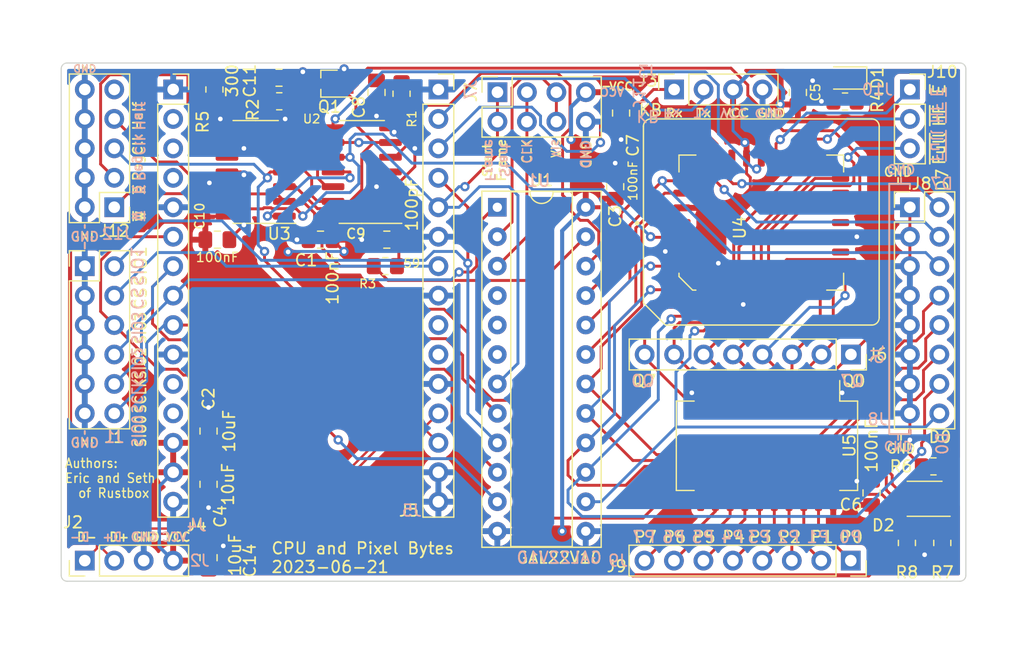
<source format=kicad_pcb>
(kicad_pcb (version 20211014) (generator pcbnew)
  (layers (0 "F.Cu" signal) (31 "B.Cu" signal) (34 "B.Paste" user) (35 "F.Paste" user) (36 "B.SilkS" user "B.Silkscreen") (37 "F.SilkS" user "F.Silkscreen") (38 "B.Mask" user) (39 "F.Mask" user) (44 "Edge.Cuts" user))
  (net 0 "")
  (net 1 "/~{W}")
  (net 2 "/D3")
  (net 3 "/D2")
  (net 4 "/D1")
  (net 5 "/D0")
  (net 6 "GND")
  (net 7 "/Full")
  (net 8 "/Q0")
  (net 9 "/Q1")
  (net 10 "/Q2")
  (net 11 "/Q3")
  (net 12 "/~{R}")
  (net 13 "/Q4")
  (net 14 "/Q5")
  (net 15 "/Q6")
  (net 16 "/Q7")
  (net 17 "/HalfFull")
  (net 18 "/Empty")
  (net 19 "/Reset")
  (net 20 "VCC")
  (net 21 "/D7")
  (net 22 "/D6")
  (net 23 "/D5")
  (net 24 "/D4")
  (net 25 "/SIO0")
  (net 26 "/SIO1")
  (net 27 "/SIO2")
  (net 28 "/SIO3")
  (net 29 "/SCLK")
  (net 30 "/CS")
  (net 31 "/D-")
  (net 32 "/D+")
  (net 33 "/KB_{Tx}")
  (net 34 "/KB_{Rx}")
  (net 40 "/StartFrame")
  (net 43 "/CLK_{pixel}")
  (net 44 "/P0")
  (net 45 "/P1")
  (net 46 "/P2")
  (net 47 "/P3")
  (net 48 "/P4")
  (net 49 "/P5")
  (net 50 "/P6")
  (net 51 "/P7")
  (net 52 "Net-(R5-Pad1)")
  (net 60 "Net-(C9-Pad1)")
  (net 61 "/Half")
  (net 62 "Net-(R5-Pad2)")
  (net 63 "Net-(U2-Pad2)")
  (net 64 "/RegClk")
  (net 65 "Net-(C8-Pad1)")
  (net 66 "Net-(U2-Pad11)")
  (net 67 "/CLK")
  (net 68 "/Vis")
  (net 69 "Net-(Q1-Pad3)")
  (net 75 "Net-(D1-Pad1)")
  (net 76 "Net-(D2-Pad1)")
  (net 77 "Net-(R6-Pad1)")
  (net 78 "Net-(D2-Pad3)")
  (footprint "Package_TO_SOT_SMD:SOT-323_SC-70_Handsoldering" (layer "F.Cu") (at 102.362 60.452 180)
    (fp_text reference "Q1")
    (fp_text value "Q_NMOS_GSD")
  )
  (footprint "Capacitor_SMD:C_0805_2012Metric_Pad1.18x1.45mm_HandSolder" (layer "F.Cu") (at 127 69.342 -90)
    (fp_text reference "C3")
    (fp_text value "100nF")
  )
  (footprint "Resistor_SMD:R_0805_2012Metric_Pad1.20x1.40mm_HandSolder" (layer "F.Cu") (at 107.188 76.2)
    (fp_text reference "R3")
    (fp_text value "59")
  )
  (footprint "Resistor_SMD:R_0805_2012Metric_Pad1.20x1.40mm_HandSolder" (layer "F.Cu") (at 108.585 61.325 90)
    (fp_text reference "R1")
    (fp_text value "34")
  )
  (footprint "Package_SO:SOIC-20W_7.5x15.4mm_P1.27mm" (layer "F.Cu") (at 140.081 91.694 -90)
    (fp_text reference "U5")
    (fp_text value "74LS573")
  )
  (footprint "Connector_PinHeader_2.54mm:PinHeader_2x06_P2.54mm_Vertical" (layer "F.Cu") (at 81.28 76.2)
    (fp_text reference "J1")
    (fp_text value "Conn_02x06_Odd_Even")
  )
  (footprint "plcc32:plcc32-socket" (layer "F.Cu") (at 139.5945 72.39 90)
    (fp_text reference "U4")
    (fp_text value "IDT7205L12JG")
  )
  (footprint "Connector_PinHeader_2.54mm:PinHeader_1x04_P2.54mm_Vertical" (layer "F.Cu") (at 81.28 101.6 90)
    (fp_text reference "J2")
    (fp_text value "Conn_01x04_Male")
  )
  (footprint "Connector_PinSocket_2.54mm:PinSocket_1x08_P2.54mm_Vertical" (layer "F.Cu") (at 147.32 83.82 -90)
    (fp_text reference "J6")
    (fp_text value "Conn_01x08_Female")
  )
  (footprint "Capacitor_SMD:C_0805_2012Metric_Pad1.18x1.45mm_HandSolder" (layer "F.Cu") (at 106.426 61.214 -90)
    (fp_text reference "C8")
    (fp_text value "100pF" hide)
  )
  (footprint "Package_DIP:DIP-24_W7.62mm_Socket" (layer "F.Cu") (at 116.84 71.12)
    (fp_text reference "U1")
    (fp_text value "GAL22V10")
  )
  (footprint "Capacitor_SMD:C_0805_2012Metric_Pad1.18x1.45mm_HandSolder" (layer "F.Cu") (at 127.508 62.992 -90)
    (fp_text reference "C7")
    (fp_text value "10uF")
  )
  (footprint "Package_SO:SOIC-14_3.9x8.7mm_P1.27mm" (layer "F.Cu") (at 105.156 68.072 180)
    (fp_text reference "U2")
    (fp_text value "74HC14")
  )
  (footprint "Capacitor_SMD:C_0805_2012Metric_Pad1.18x1.45mm_HandSolder" (layer "F.Cu") (at 91.948 101.346 -90)
    (fp_text reference "C14")
    (fp_text value "10uF")
  )
  (footprint "Resistor_SMD:R_0805_2012Metric_Pad1.20x1.40mm_HandSolder" (layer "F.Cu") (at 155.194 100.076 -90)
    (fp_text reference "R7")
    (fp_text value "R")
  )
  (footprint "Resistor_SMD:R_0805_2012Metric_Pad1.20x1.40mm_HandSolder" (layer "F.Cu") (at 154.432 93.472 180)
    (fp_text reference "R6")
    (fp_text value "R")
  )
  (footprint "Capacitor_SMD:C_0805_2012Metric_Pad1.18x1.45mm_HandSolder" (layer "F.Cu") (at 91.948 90.424 -90)
    (fp_text reference "C2")
    (fp_text value "10uF")
  )
  (footprint "Resistor_SMD:R_0805_2012Metric_Pad1.20x1.40mm_HandSolder" (layer "F.Cu") (at 146.812 61.9965 180)
    (fp_text reference "R4")
    (fp_text value "R")
  )
  (footprint "LED_SMD:LED_0805_2012Metric_Pad1.15x1.40mm_HandSolder" (layer "F.Cu") (at 146.828 59.9645 180)
    (fp_text reference "D1")
    (fp_text value "LED")
  )
  (footprint "Capacitor_SMD:C_0805_2012Metric_Pad1.18x1.45mm_HandSolder" (layer "F.Cu") (at 149.098 95.758 -90)
    (fp_text reference "C6")
    (fp_text value "100nF")
  )
  (footprint "Capacitor_SMD:C_0805_2012Metric_Pad1.18x1.45mm_HandSolder" (layer "F.Cu") (at 91.948 95.0175 90)
    (fp_text reference "C4")
    (fp_text value "10uF")
  )
  (footprint "Resistor_SMD:R_0805_2012Metric_Pad1.20x1.40mm_HandSolder" (layer "F.Cu") (at 98.044 61.976)
    (fp_text reference "R2")
    (fp_text value "50")
  )
  (footprint "Capacitor_SMD:C_0805_2012Metric_Pad1.18x1.45mm_HandSolder" (layer "F.Cu") (at 142.748 61.214 -90)
    (fp_text reference "C5")
    (fp_text value "100nF")
  )
  (footprint "Connector_PinSocket_2.54mm:PinSocket_1x08_P2.54mm_Vertical" (layer "F.Cu") (at 147.305 101.6 -90)
    (fp_text reference "J9")
    (fp_text value "Conn_01x08_Female")
  )
  (footprint "Capacitor_SMD:C_0805_2012Metric_Pad1.18x1.45mm_HandSolder" (layer "F.Cu") (at 98.0225 59.944)
    (fp_text reference "C11")
    (fp_text value "100pF" hide)
  )
  (footprint "Connector_PinSocket_2.54mm:PinSocket_2x04_P2.54mm_Vertical" (layer "F.Cu") (at 116.85 61.194 90)
    (fp_text reference "J7")
    (fp_text value "Conn_02x04_Odd_Even")
  )
  (footprint "LED_SMD:LED_Avago_PLCC6_3x2.8mm" (layer "F.Cu") (at 153.67 96.266 180)
    (fp_text reference "D2")
    (fp_text value "LED_RGB")
  )
  (footprint "Connector_PinSocket_2.54mm:PinSocket_1x04_P2.54mm_Vertical" (layer "F.Cu") (at 132.08 60.96 90)
    (fp_text reference "J3")
    (fp_text value "Conn_01x04_Female")
  )
  (footprint "Capacitor_SMD:C_0805_2012Metric_Pad1.18x1.45mm_HandSolder" (layer "F.Cu") (at 92.71 73.914 180)
    (fp_text reference "C10")
    (fp_text value "100nF")
  )
  (footprint "Capacitor_SMD:C_0805_2012Metric_Pad1.18x1.45mm_HandSolder" (layer "F.Cu") (at 107.315 73.914 180)
    (fp_text reference "C9")
    (fp_text value "100pF")
  )
  (footprint "Resistor_SMD:R_0805_2012Metric_Pad1.20x1.40mm_HandSolder" (layer "F.Cu") (at 92.456 60.96 -90)
    (fp_text reference "R5")
    (fp_text value "300")
  )
  (footprint "Connector_PinHeader_2.54mm:PinHeader_2x08_P2.54mm_Vertical" (layer "F.Cu") (at 152.4 71.12)
    (fp_text reference "J8")
    (fp_text value "Conn_02x08_Odd_Even")
  )
  (footprint "Package_SO:SOIC-14_3.9x8.7mm_P1.27mm" (layer "F.Cu") (at 96.012 68.072 180)
    (fp_text reference "U3")
    (fp_text value "74LS02")
  )
  (footprint "Connector_PinSocket_2.54mm:PinSocket_1x15_P2.54mm_Vertical" (layer "F.Cu") (at 88.9 60.96)
    (fp_text reference "J4")
    (fp_text value "Conn_01x15_Female")
  )
  (footprint "Connector_PinSocket_2.54mm:PinSocket_1x15_P2.54mm_Vertical" (layer "F.Cu") (at 111.76 60.96)
    (fp_text reference "J5")
    (fp_text value "Conn_01x15_Female")
  )
  (footprint "Capacitor_SMD:C_0805_2012Metric_Pad1.18x1.45mm_HandSolder" (layer "F.Cu") (at 101.6 73.914)
    (fp_text reference "C1")
    (fp_text value "100nF")
  )
  (footprint "Connector_PinHeader_2.54mm:PinHeader_2x05_P2.54mm_Vertical" (layer "F.Cu") (at 83.82 71.115 180)
    (fp_text reference "J12")
    (fp_text value "Conn_02x05_Odd_Even")
  )
  (footprint "Resistor_SMD:R_0805_2012Metric_Pad1.20x1.40mm_HandSolder" (layer "F.Cu") (at 152.146 100.076 -90)
    (fp_text reference "R8")
    (fp_text value "R")
  )
  (footprint "Connector_PinSocket_2.54mm:PinSocket_1x03_P2.54mm_Vertical" (layer "F.Cu") (at 152.4 60.96)
    (fp_text reference "J10")
    (fp_text value "Conn_01x03_Female")
  )
  (gr_line (start 152.4 69.088) (end 151.638 69.088) (layer "B.SilkS") (width 0.15))
  (gr_line (start 81.28 90.424) (end 81.28 90.678) (layer "B.SilkS") (width 0.15))
  (gr_line (start 152.4 90.23) (end 152.4 90.678) (layer "B.SilkS") (width 0.15))
  (gr_line (start 81.28 72.644) (end 81.28 72.898) (layer "B.SilkS") (width 0.15))
  (gr_line (start 152.4 69.342) (end 152.4 69.088) (layer "B.SilkS") (width 0.15))
  (gr_line (start 81.28 74.676) (end 81.28 74.168) (layer "B.SilkS") (width 0.15))
  (gr_line (start 150.622 90.678) (end 151.384 90.678) (layer "B.SilkS") (width 0.15))
  (gr_line (start 152.4 90.678) (end 151.384 90.678) (layer "B.SilkS") (width 0.15))
  (gr_line (start 150.622 69.088) (end 151.638 69.088) (layer "B.SilkS") (width 0.15))
  (gr_line (start 150.622 90.678) (end 150.622 69.088) (layer "B.SilkS") (width 0.15))
  (gr_line (start 151.384 91.186) (end 151.384 90.678) (layer "B.SilkS") (width 0.15))
  (gr_line (start 151.638 68.58) (end 151.638 69.088) (layer "B.SilkS") (width 0.15))
  (gr_line (start 151.638 90.678) (end 152.4 90.678) (layer "F.SilkS") (width 0.15))
  (gr_line (start 151.638 90.678) (end 151.638 91.186) (layer "F.SilkS") (width 0.15))
  (gr_line (start 81.28 72.898) (end 81.28 72.644) (layer "F.SilkS") (width 0.15))
  (gr_line (start 151.384 69.088) (end 152.4 69.088) (layer "F.SilkS") (width 0.15))
  (gr_line (start 126.492 60.706) (end 125.984 60.706) (layer "F.SilkS") (width 0.15))
  (gr_line (start 81.28 90.678) (end 81.28 90.424) (layer "F.SilkS") (width 0.15))
  (gr_line (start 151.384 69.088) (end 150.622 69.088) (layer "F.SilkS") (width 0.15))
  (gr_line (start 151.638 90.678) (end 150.622 90.678) (layer "F.SilkS") (width 0.15))
  (gr_line (start 151.384 69.088) (end 151.384 68.58) (layer "F.SilkS") (width 0.15))
  (gr_line (start 150.622 90.678) (end 150.622 69.088) (layer "F.SilkS") (width 0.15))
  (gr_line (start 152.4 90.678) (end 152.4 90.424) (layer "F.SilkS") (width 0.15))
  (gr_line (start 152.4 69.088) (end 152.4 69.536) (layer "F.SilkS") (width 0.15))
  (gr_line (start 81.28 74.168) (end 81.28 74.676) (layer "F.SilkS") (width 0.15))
  (gr_line (start 79.756 103.378) (end 156.718 103.378) (layer "Edge.Cuts") (width 0.1))
  (gr_arc (start 79.248 59.182) (mid 79.39679 58.82279) (end 79.756 58.674) (layer "Edge.Cuts") (width 0.1))
  (gr_line (start 157.226 59.182) (end 157.226 102.87) (layer "Edge.Cuts") (width 0.1))
  (gr_line (start 156.718 58.674) (end 79.756 58.674) (layer "Edge.Cuts") (width 0.1))
  (gr_line (start 79.248 102.87) (end 79.248 59.182) (layer "Edge.Cuts") (width 0.1))
  (gr_arc (start 79.756 103.378) (mid 79.39679 103.22921) (end 79.248 102.87) (layer "Edge.Cuts") (width 0.1))
  (gr_arc (start 156.718 58.674) (mid 157.07721 58.82279) (end 157.226 59.182) (layer "Edge.Cuts") (width 0.1))
  (gr_arc (start 157.226 102.87) (mid 157.07721 103.22921) (end 156.718 103.378) (layer "Edge.Cuts") (width 0.1))
  (gr_text "SIO2" (at 85.759 84.582 -90) (layer "B.SilkS") (effects (font (size 0.9 0.8)) (justify mirror)))
  (gr_text "CS" (at 85.759 78.994 -90) (layer "B.SilkS") (effects (font (size 1 1)) (justify mirror)))
  (gr_text "VCC" (at 126.746 61.214) (layer "B.SilkS") (effects (font (size 0.7 0.7)) (justify mirror)))
  (gr_text "GND" (at 140.242952 62.992 180) (layer "B.SilkS") (effects (font (size 0.7 0.8)) (justify mirror)))
  (gr_text "~{E}" (at 154.686 61.722 -90) (layer "B.SilkS") (effects (font (size 1 1)) (justify left mirror)))
  (gr_text "GND" (at 87.63 99.568) (layer "B.SilkS") (effects (font (size 0.75 0.75)) (justify left mirror)))
  (gr_text "VCC" (at 137.194952 62.992 180) (layer "B.SilkS") (effects (font (size 0.7 0.8)) (justify mirror)))
  (gr_text "J2" (at 91.186 101.6) (layer "B.SilkS") (effects (font (size 1 1)) (justify mirror)))
  (gr_text "D+" (at 84.582 99.568) (layer "B.SilkS") (effects (font (size 0.75 0.75)) (justify left mirror)))
  (gr_text "Rx" (at 131.860952 62.992 180) (layer "B.SilkS") (effects (font (size 0.7 0.8)) (justify mirror)))
  (gr_text "Vis" (at 121.92 66.04 -90) (layer "B.SilkS") (effects (font (size 0.8 0.75) (thickness 0.12)) (justify mirror)))
  (gr_text "SIO3" (at 85.759 81.534 -90) (layer "B.SilkS") (effects (font (size 0.9 0.8)) (justify mirror)))
  (gr_text "SCLK" (at 85.759 87.376 -90) (layer "B.SilkS") (effects (font (size 0.9 0.8)) (justify mirror)))
  (gr_text "GND" (at 151.638 67.818 180) (layer "B.SilkS") (effects (font (size 0.8 0.8) (thickness 0.14)) (justify mirror)))
  (gr_text "RegClk" (at 86.013 66.802 -90) (layer "B.SilkS") (effects (font (size 0.8 0.8)) (justify mirror)))
  (gr_text "GND" (at 81.28 73.66) (layer "B.SilkS") (effects (font (size 0.8 0.8) (thickness 0.14)) (justify mirror)))
  (gr_text "GAL22V10" (at 122.174 101.346) (layer "B.SilkS") (effects (font (size 1 1)) (justify mirror)))
  (gr_text "J8" (at 149.606 89.408) (layer "B.SilkS") (effects (font (size 1 1)) (justify mirror)))
  (gr_text "~{HF}" (at 154.685 64.008 -90) (layer "B.SilkS") (effects (font (size 1 1)) (justify left mirror)))
  (gr_text "CLK" (at 119.38 66.294 -90) (layer "B.SilkS") (effects (font (size 0.8 0.75) (thickness 0.12)) (justify mirror)))
  (gr_text "J9" (at 127.254 101.6) (layer "B.SilkS") (effects (font (size 1 1)) (justify mirror)))
  (gr_text "D7" (at 156.21 69.088) (layer "B.SilkS") (effects (font (size 1 1)) (justify left mirror)))
  (gr_text "Start\nFrame" (at 116.84 67.056 -90) (layer "B.SilkS") (effects (font (size 0.8 0.8)) (justify mirror)))
  (gr_text "SIO1" (at 85.759 76.2 -90) (layer "B.SilkS") (effects (font (size 1 1)) (justify mirror)))
  (gr_text "J4" (at 90.932 98.552) (layer "B.SilkS") (effects (font (size 1 1)) (justify mirror)))
  (gr_text "J7" (at 114.554 60.96 90) (layer "B.SilkS") (effects (font (size 1 1)) (justify mirror)))
  (gr_text "D-" (at 81.788 99.568) (layer "B.SilkS") (effects (font (size 0.75 0.75)) (justify left mirror)))
  (gr_text "GND" (at 81.28 91.44) (layer "B.SilkS") (effects (font (size 0.8 0.8) (thickness 0.14)) (justify mirror)))
  (gr_text "J12" (at 84.074 73.406) (layer "B.SilkS") (effects (font (size 1 1)) (justify mirror)))
  (gr_text "J10" (at 149.606 60.96) (layer "B.SilkS") (effects (font (size 1 1)) (justify mirror)))
  (gr_text "D0" (at 155.194 90.424 90) (layer "B.SilkS") (effects (font (size 1 1)) (justify left mirror)))
  (gr_text "P1" (at 145.542 99.568) (layer "B.SilkS") (effects (font (size 1 1)) (justify left mirror)))
  (gr_text "GND" (at 124.46 66.548 90) (layer "B.SilkS") (effects (font (size 0.8 0.8)) (justify mirror)))
  (gr_text "U1" (at 120.396 68.834) (layer "B.SilkS") (effects (font (size 1 1)) (justify mirror)))
  (gr_text "J11" (at 129.032 61.214 -90) (layer "B.SilkS") (effects (font (size 1 1)) (justify mirror)))
  (gr_text "Q0" (at 129.3825 86.106) (layer "B.SilkS") (effects (font (size 1 1)) (justify mirror)))
  (gr_text "P7" (at 130.556 99.568) (layer "B.SilkS") (effects (font (size 1 1)) (justify left mirror)))
  (gr_text "P2" (at 143.002 99.568) (layer "B.SilkS") (effects (font (size 1 1)) (justify left mirror)))
  (gr_text "P4" (at 138.176 99.568) (layer "B.SilkS") (effects (font (size 1 1)) (justify left mirror)))
  (gr_text "Half" (at 86.013 63.246 -90) (layer "B.SilkS") (effects (font (size 0.8 0.8)) (justify mirror)))
  (gr_text "J3" (at 129.794 59.436) (layer "B.SilkS") (effects (font (size 1 1)) (justify mirror)))
  (gr_text "P5" (at 135.636 99.568) (layer "B.SilkS") (effects (font (size 1 1)) (justify left mirror)))
  (gr_text "GND" (at 151.384 91.694 180) (layer "B.SilkS") (effects (font (size 0.8 0.8) (thickness 0.14)) (justify mirror)))
  (gr_text "~{Full}" (at 154.685 67.31 -90) (layer "B.SilkS") (effects (font (size 1 1)) (justify left mirror)))
  (gr_text "P0" (at 148.336 99.568) (layer "B.SilkS") (effects (font (size 1 1)) (justify left mirror)))
  (gr_text "SIO0" (at 85.759 90.424 -90) (layer "B.SilkS") (effects (font (size 0.9 0.8)) (justify mirror)))
  (gr_text "J1" (at 83.82 90.932) (layer "B.SilkS") (effects (font (size 1 1)) (justify mirror)))
  (gr_text "KB" (at 129.828952 63.246 180) (layer "B.SilkS") (effects (font (size 1 1)) (justify mirror)))
  (gr_text "~{R}" (at 85.759 69.596 -90) (layer "B.SilkS") (effects (font (size 0.8 0.8)) (justify mirror)))
  (gr_text "J5" (at 109.474 97.282) (layer "B.SilkS") (effects (font (size 1 1)) (justify mirror)))
  (gr_text "P6" (at 133.096 99.568) (layer "B.SilkS") (effects (font (size 1 1)) (justify left mirror)))
  (gr_text "GND" (at 81.28 59.182) (layer "B.SilkS") (effects (font (size 0.65 0.65) (thickness 0.12)) (justify mirror)))
  (gr_text "VCC" (at 90.17 99.568) (layer "B.SilkS") (effects (font (size 0.75 0.75)) (justify left mirror)))
  (gr_text "Tx" (at 134.400952 62.992 180) (layer "B.SilkS") (effects (font (size 0.7 0.8)) (justify mirror)))
  (gr_text "P3" (at 140.462 99.568) (layer "B.SilkS") (effects (font (size 1 1)) (justify left mirror)))
  (gr_text "J6" (at 149.606 83.82 90) (layer "B.SilkS") (effects (font (size 1 1)) (justify mirror)))
  (gr_text "~{W}" (at 85.759 71.882 -90) (layer "B.SilkS") (effects (font (size 0.8 0.8)) (justify mirror)))
  (gr_text "Q7" (at 147.4165 86.106) (layer "B.SilkS") (effects (font (size 1 1)) (justify mirror)))
  (gr_text "~{HF}" (at 154.94 64.262 90) (layer "F.SilkS") (effects (font (size 1 1)) (justify left)))
  (gr_text "KB" (at 130.048 62.738) (layer "F.SilkS") (effects (font (size 1 1))))
  (gr_text "SCLK" (at 86.106 87.376 90) (layer "F.SilkS") (effects (font (size 0.9 0.8))))
  (gr_text "P2" (at 140.97 99.568) (layer "F.SilkS") (effects (font (size 1 1)) (justify left)))
  (gr_text "Q0" (at 147.574 86.106) (layer "F.SilkS") (effects (font (size 1 1))))
  (gr_text "RegClk" (at 85.852 66.802 90) (layer "F.SilkS") (effects (font (size 0.8 0.8))))
  (gr_text "CLK" (at 119.38 66.294 90) (layer "F.SilkS") (effects (font (size 0.8 0.75) (thickness 0.12))))
  (gr_text "GND" (at 124.46 66.548 270) (layer "F.SilkS") (effects (font (size 0.8 0.8))))
  (gr_text "Rx" (at 132.08 62.992) (layer "F.SilkS") (effects (font (size 0.7 0.8))))
  (gr_text "GND" (at 81.28 73.66) (layer "F.SilkS") (effects (font (size 0.8 0.8) (thickness 0.14))))
  (gr_text "SIO0" (at 86.106 90.424 90) (layer "F.SilkS") (effects (font (size 0.9 0.8))))
  (gr_text "GND" (at 85.344 99.568) (layer "F.SilkS") (effects (font (size 0.75 0.75)) (justify left)))
  (gr_text "D7" (at 155.194 69.85 90) (layer "F.SilkS") (effects (font (size 1 1)) (justify left)))
  (gr_text "Half" (at 85.852 63.246 90) (layer "F.SilkS") (effects (font (size 0.8 0.8))))
  (gr_text "P5" (at 133.604 99.568) (layer "F.SilkS") (effects (font (size 1 1)) (justify left)))
  (gr_text "CS" (at 86.106 78.994 90) (layer "F.SilkS") (effects (font (size 1 1))))
  (gr_text "CPU and Pixel Bytes \n2023-06-21" (at 97.282 101.346) (layer "F.SilkS") (effects (font (size 1 1)) (justify left)))
  (gr_text "P7" (at 128.524 99.568) (layer "F.SilkS") (effects (font (size 1 1)) (justify left)))
  (gr_text "Tx" (at 134.62 62.992) (layer "F.SilkS") (effects (font (size 0.7 0.8))))
  (gr_text "VCC" (at 137.414 62.992) (layer "F.SilkS") (effects (font (size 0.7 0.8))))
  (gr_text "GND" (at 81.28 91.44) (layer "F.SilkS") (effects (font (size 0.8 0.8) (thickness 0.14))))
  (gr_text "P3" (at 138.43 99.568) (layer "F.SilkS") (effects (font (size 1 1)) (justify left)))
  (gr_text "P6" (at 131.064 99.568) (layer "F.SilkS") (effects (font (size 1 1)) (justify left)))
  (gr_text "~{E}" (at 154.94 61.468 90) (layer "F.SilkS") (effects (font (size 1 1)) (justify left)))
  (gr_text "GND" (at 140.462 62.992) (layer "F.SilkS") (effects (font (size 0.7 0.8))))
  (gr_text "SIO3" (at 86.106 81.534 90) (layer "F.SilkS") (effects (font (size 0.9 0.8))))
  (gr_text "SIO2" (at 86.106 84.582 90) (layer "F.SilkS") (effects (font (size 0.9 0.8))))
  (gr_text "Q7" (at 129.54 86.106) (layer "F.SilkS") (effects (font (size 1 1))))
  (gr_text "SIO1" (at 86.106 76.2 90) (layer "F.SilkS") (effects (font (size 1 1))))
  (gr_text "Vis" (at 121.92 66.04 90) (layer "F.SilkS") (effects (font (size 0.8 0.75) (thickness 0.12))))
  (gr_text "P4" (at 136.144 99.568) (layer "F.SilkS") (effects (font (size 1 1)) (justify left)))
  (gr_text "Start\nFrame" (at 116.586 67.056 90) (layer "F.SilkS") (effects (font (size 0.75 0.8))))
  (gr_text "Authors:\nEric and Seth\n  of Rustbox" (at 79.502 94.488) (layer "F.SilkS") (effects (font (size 0.8 0.75) (thickness 0.12)) (justify left)))
  (gr_text "~{Full}" (at 154.94 67.564 90) (layer "F.SilkS") (effects (font (size 1 1)) (justify left)))
  (gr_text "GND" (at 151.638 91.948) (layer "F.SilkS") (effects (font (size 0.8 0.8) (thickness 0.14))))
  (gr_text "~{R}" (at 86.106 69.596 90) (layer "F.SilkS") (effects (font (size 0.8 0.8))))
  (gr_text "GND" (at 81.28 59.182) (layer "F.SilkS") (effects (font (size 0.65 0.65) (thickness 0.12))))
  (gr_text "D+" (at 83.312 99.568) (layer "F.SilkS") (effects (font (size 0.75 0.75)) (justify left)))
  (gr_text "P1" (at 143.764 99.568) (layer "F.SilkS") (effects (font (size 1 1)) (justify left)))
  (gr_text "VCC" (at 88.138 99.568) (layer "F.SilkS") (effects (font (size 0.75 0.75)) (justify left)))
  (gr_text "VCC" (at 127.508 60.706) (layer "F.SilkS") (effects (font (size 0.7 0.7))))
  (gr_text "GND" (at 151.384 68.072) (layer "F.SilkS") (effects (font (size 0.8 0.8) (thickness 0.14))))
  (gr_text "D-" (at 80.518 99.568) (layer "F.SilkS") (effects (font (size 0.75 0.75)) (justify left)))
  (gr_text "P0" (at 146.304 99.568) (layer "F.SilkS") (effects (font (size 1 1)) (justify left)))
  (gr_text "D0" (at 153.924 90.932) (layer "F.SilkS") (effects (font (size 1 1)) (justify left)))
  (gr_text "~{W}" (at 86.106 71.882 90) (layer "F.SilkS") (effects (font (size 0.8 0.8))))
  (segment (start 96.727897 71.157489) (end 97.328103 71.157489) (width 0.25) (layer "F.Cu") (net 1))
  (segment (start 83.82 71.115) (end 84.989511 69.945489) (width 0.25) (layer "F.Cu") (net 1))
  (segment (start 97.328103 71.157489) (end 97.407134 71.23652) (width 0.25) (layer "F.Cu") (net 1))
  (segment (start 130.0988 73.7108) (end 132.757 73.7108) (width 0.25) (layer "F.Cu") (net 1))
  (segment (start 100.076 71.824928) (end 100.076 71.882) (width 0.25) (layer "F.Cu") (net 1))
  (segment (start 91.224417 69.945489) (end 92.536408 71.25748) (width 0.25) (layer "F.Cu") (net 1))
  (segment (start 130.048 73.66) (end 130.0988 73.7108) (width 0.25) (layer "F.Cu") (net 1))
  (segment (start 92.536408 71.25748) (end 96.627906 71.25748) (width 0.25) (layer "F.Cu") (net 1))
  (segment (start 99.487592 71.23652) (end 100.076 71.824928) (width 0.25) (layer "F.Cu") (net 1))
  (segment (start 96.627906 71.25748) (end 96.727897 71.157489) (width 0.25) (layer "F.Cu") (net 1))
  (segment (start 84.989511 69.945489) (end 91.224417 69.945489) (width 0.25) (layer "F.Cu") (net 1))
  (segment (start 97.407134 71.23652) (end 99.487592 71.23652) (width 0.25) (layer "F.Cu") (net 1))
  (segment (start 104.14 66.802) (end 102.681 66.802) (width 0.25) (layer "F.Cu") (net 1))
  (via (at 130.048 73.66) (size 0.8) (drill 0.4) (layers "F.Cu" "B.Cu") (net 1))
  (via (at 104.14 66.802) (size 0.8) (drill 0.4) (layers "F.Cu" "B.Cu") (net 1))
  (via (at 100.076 71.882) (size 0.8) (drill 0.4) (layers "F.Cu" "B.Cu") (net 1))
  (segment (start 125.984 69.596) (end 130.048 73.66) (width 0.25) (layer "B.Cu") (net 1))
  (segment (start 104.902 69.088) (end 104.902 67.564) (width 0.25) (layer "B.Cu") (net 1))
  (segment (start 102.108 69.85) (end 104.14 69.85) (width 0.25) (layer "B.Cu") (net 1))
  (segment (start 104.601897 64.807489) (end 106.971489 64.807489) (width 0.25) (layer "B.Cu") (net 1))
  (segment (start 104.14 66.802) (end 104.14 65.269386) (width 0.25) (layer "B.Cu") (net 1))
  (segment (start 100.076 71.882) (end 102.108 69.85) (width 0.25) (layer "B.Cu") (net 1))
  (segment (start 104.14 69.85) (end 104.902 69.088) (width 0.25) (layer "B.Cu") (net 1))
  (segment (start 117.602 67.31) (end 119.888 69.596) (width 0.25) (layer "B.Cu") (net 1))
  (segment (start 104.902 67.564) (end 104.14 66.802) (width 0.25) (layer "B.Cu") (net 1))
  (segment (start 119.888 69.596) (end 125.984 69.596) (width 0.25) (layer "B.Cu") (net 1))
  (segment (start 106.971489 64.807489) (end 109.474 67.31) (width 0.25) (layer "B.Cu") (net 1))
  (segment (start 109.474 67.31) (end 117.602 67.31) (width 0.25) (layer "B.Cu") (net 1))
  (segment (start 104.14 65.269386) (end 104.601897 64.807489) (width 0.25) (layer "B.Cu") (net 1))
  (segment (start 151.728709 84.999291) (end 143.764 92.964) (width 0.25) (layer "F.Cu") (net 2))
  (segment (start 153.124991 84.999291) (end 151.728709 84.999291) (width 0.25) (layer "F.Cu") (net 2))
  (segment (start 128.524 92.964) (end 124.46 88.9) (width 0.25) (layer "F.Cu") (net 2))
  (segment (start 130.048 76.2) (end 132.7062 76.2) (width 0.25) (layer "F.Cu") (net 2))
  (segment (start 153.765489 82.454511) (end 153.765489 84.358793) (width 0.25) (layer "F.Cu") (net 2))
  (segment (start 154.94 81.28) (end 153.765489 82.454511) (width 0.25) (layer "F.Cu") (net 2))
  (segment (start 153.765489 84.358793) (end 153.124991 84.999291) (width 0.25) (layer "F.Cu") (net 2))
  (segment (start 143.764 92.964) (end 128.524 92.964) (width 0.25) (layer "F.Cu") (net 2))
  (segment (start 132.7062 76.2) (end 132.757 76.2508) (width 0.25) (layer "F.Cu") (net 2))
  (via (at 130.048 76.2) (size 0.8) (drill 0.4) (layers "F.Cu" "B.Cu") (net 2))
  (segment (start 126.492 86.868) (end 126.492 79.248) (width 0.25) (layer "B.Cu") (net 2))
  (segment (start 124.46 88.9) (end 126.492 86.868) (width 0.25) (layer "B.Cu") (net 2))
  (segment (start 129.54 76.2) (end 130.048 76.2) (width 0.25) (layer "B.Cu") (net 2))
  (segment (start 126.492 79.248) (end 129.54 76.2) (width 0.25) (layer "B.Cu") (net 2))
  (segment (start 152.886499 87.725489) (end 153.574511 87.037477) (width 0.25) (layer "F.Cu") (net 3))
  (segment (start 153.574511 87.037477) (end 153.574511 85.185489) (width 0.25) (layer "F.Cu") (net 3))
  (segment (start 149.638229 87.725489) (end 152.886499 87.725489) (width 0.25) (layer "F.Cu") (net 3))
  (segment (start 122.936 92.964) (end 122.936 94.234) (width 0.25) (layer "F.Cu") (net 3))
  (segment (start 122.936 94.234) (end 123.806511 95.104511) (width 0.25) (layer "F.Cu") (net 3))
  (segment (start 143.891717 93.472) (end 149.638229 87.725489) (width 0.25) (layer "F.Cu") (net 3))
  (segment (start 132.6386 78.232) (end 132.8673 78.0033) (width 0.25) (layer "F.Cu") (net 3))
  (segment (start 123.806511 95.104511) (end 127.907489 95.104511) (width 0.25) (layer "F.Cu") (net 3))
  (segment (start 129.54 93.472) (end 143.891717 93.472) (width 0.25) (layer "F.Cu") (net 3))
  (segment (start 134.5145 78.0033) (end 132.8673 78.0033) (width 0.25) (layer "F.Cu") (net 3))
  (segment (start 130.048 78.232) (end 132.6386 78.232) (width 0.25) (layer "F.Cu") (net 3))
  (segment (start 153.574511 85.185489) (end 154.94 83.82) (width 0.25) (layer "F.Cu") (net 3))
  (segment (start 124.46 91.44) (end 122.936 92.964) (width 0.25) (layer "F.Cu") (net 3))
  (segment (start 127.907489 95.104511) (end 129.54 93.472) (width 0.25) (layer "F.Cu") (net 3))
  (via (at 130.048 78.232) (size 0.8) (drill 0.4) (layers "F.Cu" "B.Cu") (net 3))
  (segment (start 126.94152 81.33848) (end 130.048 78.232) (width 0.25) (layer "B.Cu") (net 3))
  (segment (start 124.46 91.44) (end 126.94152 88.95848) (width 0.25) (layer "B.Cu") (net 3))
  (segment (start 126.94152 88.95848) (end 126.94152 81.33848) (width 0.25) (layer "B.Cu") (net 3))
  (segment (start 153.416 91.44) (end 153.67 91.186) (width 0.25) (layer "F.Cu") (net 4))
  (segment (start 153.416 92.1725) (end 153.416 91.44) (width 0.25) (layer "F.Cu") (net 4))
  (segment (start 153.67 91.186) (end 153.67 87.63) (width 0.25) (layer "F.Cu") (net 4))
  (segment (start 132.062788 80.518) (end 131.817394 80.763394) (width 0.25) (layer "F.Cu") (net 4))
  (segment (start 153.67 87.63) (end 154.94 86.36) (width 0.25) (layer "F.Cu") (net 4))
  (segment (start 132.062788 80.518) (end 134.366 80.518) (width 0.25) (layer "F.Cu") (net 4))
  (segment (start 135.7845 78.0033) (end 135.7845 79.0995) (width 0.25) (layer "F.Cu") (net 4))
  (segment (start 134.366 80.518) (end 135.7845 79.0995) (width 0.25) (layer "F.Cu") (net 4))
  (via (at 131.817394 80.763394) (size 0.8) (drill 0.4) (layers "F.Cu" "B.Cu") (net 4))
  (via (at 153.416 92.1725) (size 0.8) (drill 0.4) (layers "F.Cu" "B.Cu") (net 4))
  (segment (start 147.828 97.79) (end 153.416 92.202) (width 0.25) (layer "B.Cu") (net 4))
  (segment (start 122.936 95.504) (end 122.936 96.5863) (width 0.25) (layer "B.Cu") (net 4))
  (segment (start 153.416 92.202) (end 153.416 92.1725) (width 0.25) (layer "B.Cu") (net 4))
  (segment (start 130.714511 81.866277) (end 131.817394 80.763394) (width 0.25) (layer "B.Cu") (net 4))
  (segment (start 124.46 93.98) (end 130.714511 87.725489) (width 0.25) (layer "B.Cu") (net 4))
  (segment (start 124.46 93.98) (end 122.936 95.504) (width 0.25) (layer "B.Cu") (net 4))
  (segment (start 122.936 96.5863) (end 124.1397 97.79) (width 0.25) (layer "B.Cu") (net 4))
  (segment (start 130.714511 87.725489) (end 130.714511 81.866277) (width 0.25) (layer "B.Cu") (net 4))
  (segment (start 124.1397 97.79) (end 147.828 97.79) (width 0.25) (layer "B.Cu") (net 4))
  (segment (start 133.858 81.788) (end 134.62 81.788) (width 0.25) (layer "F.Cu") (net 5))
  (segment (start 134.62 81.788) (end 137.0545 79.3535) (width 0.25) (layer "F.Cu") (net 5))
  (segment (start 137.0545 78.0033) (end 137.0545 79.3535) (width 0.25) (layer "F.Cu") (net 5))
  (via (at 133.858 81.788) (size 0.8) (drill 0.4) (layers "F.Cu" "B.Cu") (net 5))
  (segment (start 125.793022 96.52) (end 124.46 96.52) (width 0.25) (layer "B.Cu") (net 5))
  (segment (start 132.238511 85.322499) (end 133.445489 84.115521) (width 0.25) (layer "B.Cu") (net 5))
  (segment (start 153.765489 90.074511) (end 132.238511 90.074511) (width 0.25) (layer "B.Cu") (net 5))
  (segment (start 133.445489 84.115521) (end 133.445489 82.200511) (width 0.25) (layer "B.Cu") (net 5))
  (segment (start 132.238511 90.074511) (end 132.238511 85.322499) (width 0.25) (layer "B.Cu") (net 5))
  (segment (start 133.445489 82.200511) (end 133.858 81.788) (width 0.25) (layer "B.Cu") (net 5))
  (segment (start 154.94 88.9) (end 153.765489 90.074511) (width 0.25) (layer "B.Cu") (net 5))
  (segment (start 132.238511 90.074511) (end 125.793022 96.52) (width 0.25) (layer "B.Cu") (net 5))
  (segment (start 147.7772 73.7108) (end 147.828 73.66) (width 0.25) (layer "F.Cu") (net 6))
  (segment (start 94.742 68.072) (end 94.996 68.326) (width 0.25) (layer "F.Cu") (net 6))
  (segment (start 93.7475 73.914) (end 93.7475 73.8925) (width 0.25) (layer "F.Cu") (net 6))
  (segment (start 135.236 75.946) (end 135.89 75.946) (width 0.25) (layer "F.Cu") (net 6))
  (segment (start 108.007072 69.342) (end 109.728 67.621072) (width 0.25) (layer "F.Cu") (net 6))
  (segment (start 149.0765 94.742) (end 149.098 94.7205) (width 0.25) (layer "F.Cu") (net 6))
  (segment (start 127 68.3045) (end 127 67.31) (width 0.25) (layer "F.Cu") (net 6))
  (segment (start 152.4 73.66) (end 152.4 71.12) (width 0.25) (layer "F.Cu") (net 6))
  (segment (start 145.7915 61.976) (end 145.812 61.9965) (width 0.25) (layer "F.Cu") (net 6))
  (segment (start 107.95 64.581) (end 107.631 64.262) (width 0.25) (layer "F.Cu") (net 6))
  (segment (start 107.442 64.262) (end 106.426 63.246) (width 0.25) (layer "F.Cu") (net 6))
  (segment (start 93.537 69.342) (end 92.347608 69.342) (width 0.25) (layer "F.Cu") (net 6))
  (segment (start 152.4 92.456) (end 152.4 91.186) (width 0.25) (layer "F.Cu") (net 6))
  (segment (start 142.748 60.1765) (end 143.9965 60.1765) (width 0.25) (layer "F.Cu") (net 6))
  (segment (start 155.194 101.076) (end 153.686 101.076) (width 0.25) (layer "F.Cu") (net 6))
  (segment (start 91.948 89.3865) (end 91.948 88.392) (width 0.25) (layer "F.Cu") (net 6))
  (segment (start 98.487 64.262) (end 98.487 63.565) (width 0.25) (layer "F.Cu") (net 6))
  (segment (start 147.828 94.742) (end 149.0765 94.742) (width 0.25) (layer "F.Cu") (net 6))
  (segment (start 93.537 65.532) (end 94.488 65.532) (width 0.25) (layer "F.Cu") (net 6))
  (segment (start 152.146 101.076) (end 153.654 101.076) (width 0.25) (layer "F.Cu") (net 6))
  (segment (start 98.487 63.565) (end 98.552 63.5) (width 0.25) (layer "F.Cu") (net 6))
  (segment (start 103.692 59.802) (end 103.692 59.242) (width 0.25) (layer "F.Cu") (net 6))
  (segment (start 153.432 93.472) (end 153.416 93.472) (width 0.25) (layer "F.Cu") (net 6))
  (segment (start 93.537 68.072) (end 94.742 68.072) (width 0.25) (layer "F.Cu") (net 6))
  (segment (start 93.537 64.262) (end 93.537 64.073) (width 0.25) (layer "F.Cu") (net 6))
  (segment (start 138.3245 78.0033) (end 138.3245 79.214441) (width 0.25) (layer "F.Cu") (net 6))
  (segment (start 143.9965 60.1765) (end 144.018 60.198) (width 0.25) (layer "F.Cu") (net 6))
  (segment (start 106.2775 73.914) (end 105.156 73.914) (width 0.25) (layer "F.Cu") (net 6))
  (segment (start 99.568 59.944) (end 100.076 59.436) (width 0.25) (layer "F.Cu") (net 6))
  (segment (start 99.06 59.944) (end 99.568 59.944) (width 0.25) (layer "F.Cu") (net 6))
  (segment (start 91.948 100.3085) (end 93.1965 100.3085) (width 0.35) (layer "F.Cu") (net 6))
  (segment (start 152.4 88.9) (end 152.4 91.186) (width 0.25) (layer "F.Cu") (net 6))
  (segment (start 134.366 87.069) (end 133.657 87.069) (width 0.25) (layer "F.Cu") (net 6))
  (segment (start 93.7475 73.8925) (end 94.996 72.644) (width 0.25) (layer "F.Cu") (net 6))
  (segment (start 107.631 69.342) (end 106.426 69.342) (width 0.25) (layer "F.Cu") (net 6))
  (segment (start 132.7062 74.93) (end 132.757 74.9808) (width 0.25) (layer "F.Cu") (net 6))
  (segment (start 153.654 101.076) (end 153.67 101.092) (width 0.25) (layer "F.Cu") (net 6))
  (segment (start 100.5625 73.914) (end 99.568 73.914) (width 0.25) (layer "F.Cu") (net 6))
  (segment (start 145.796 87.069) (end 146.505 87.069) (width 0.25) (layer "F.Cu") (net 6))
  (segment (start 146.505 87.069) (end 146.558 87.122) (width 0.25) (layer "F.Cu") (net 6))
  (segment (start 107.631 69.342) (end 108.007072 69.342) (width 0.25) (layer "F.Cu") (net 6))
  (segment (start 127.508 64.0295) (end 127.508 65.278) (width 0.25) (layer "F.Cu") (net 6))
  (segment (start 132.757 74.9808) (end 134.2708 74.9808) (width 0.25) (layer "F.Cu") (net 6))
  (segment (start 107.631 64.262) (end 107.442 64.262) (width 0.25) (layer "F.Cu") (net 6))
  (segment (start 144.78 61.976) (end 145.7915 61.976) (width 0.25) (layer "F.Cu") (net 6))
  (segment (start 153.416 93.472) (end 152.4 92.456) (width 0.25) (layer "F.Cu") (net 6))
  (segment (start 133.657 87.069) (end 133.604 87.122) (width 0.25) (layer "F.Cu") (net 6))
  (segment (start 138.3245 79.214441) (end 138.036941 79.502) (width 0.25) (layer "F.Cu") (net 6))
  (segment (start 131.318 74.93) (end 132.7062 74.93) (width 0.25) (layer "F.Cu") (net 6))
  (segment (start 92.347608 69.342) (end 92.020804 69.015196) (width 0.25) (layer "F.Cu") (net 6))
  (segment (start 109.728 67.621072) (end 109.728 66.04) (width 0.25) (layer "F.Cu") (net 6))
  (segment (start 107.95 64.6325) (end 107.95 64.581) (width 0.25) (layer "F.Cu") (net 6))
  (segment (start 106.426 62.2515) (end 106.426 63.246) (width 0.25) (layer "F.Cu") (net 6))
  (segment (start 152.4 76.2) (end 152.4 73.66) (width 0.25) (layer "F.Cu") (net 6))
  (segment (start 134.2708 74.9808) (end 135.236 75.946) (width 0.25) (layer "F.Cu") (net 6))
  (segment (start 94.488 65.532) (end 94.996 66.04) (width 0.25) (layer "F.Cu") (net 6))
  (segment (start 146.432 73.7108) (end 147.7772 73.7108) (width 0.25) (layer "F.Cu") (net 6))
  (segment (start 153.686 101.076) (end 153.67 101.092) (width 0.25) (layer "F.Cu") (net 6))
  (segment (start 93.537 64.073) (end 92.964 63.5) (width 0.25) (layer "F.Cu") (net 6))
  (segment (start 93.1965 100.3085) (end 93.218 100.33) (width 0.35) (layer "F.Cu") (net 6))
  (segment (start 103.692 59.242) (end 103.632 59.182) (width 0.25) (layer "F.Cu") (net 6))
  (segment (start 91.948 96.055) (end 91.948 97.028) (width 0.25) (layer "F.Cu") (net 6))
  (via (at 91.948 97.028) (size 0.8) (drill 0.4) (layers "F.Cu" "B.Cu") (net 6))
  (via (at 147.828 94.742) (size 0.8) (drill 0.4) (layers "F.Cu" "B.Cu") (net 6))
  (via (at 146.558 87.122) (size 0.8) (drill 0.4) (layers "F.Cu" "B.Cu") (net 6))
  (via (at 109.728 66.04) (size 0.8) (drill 0.4) (layers "F.Cu" "B.Cu") (net 6))
  (via (at 131.318 74.93) (size 0.8) (drill 0.4) (layers "F.Cu" "B.Cu") (net 6))
  (via (at 127 67.31) (size 0.8) (drill 0.4) (layers "F.Cu" "B.Cu") (net 6))
  (via (at 144.78 61.976) (size 0.8) (drill 0.4) (layers "F.Cu" "B.Cu") (net 6))
  (via (at 127.508 65.278) (size 0.8) (drill 0.4) (layers "F.Cu" "B.Cu") (net 6))
  (via (at 98.552 63.5) (size 0.8) (drill 0.4) (layers "F.Cu" "B.Cu") (net 6))
  (via (at 147.828 73.66) (size 0.8) (drill 0.4) (layers "F.Cu" "B.Cu") (net 6))
  (via (at 138.036941 79.502) (size 0.8) (drill 0.4) (layers "F.Cu" "B.Cu") (net 6))
  (via (at 103.632 59.182) (size 0.8) (drill 0.4) (layers "F.Cu" "B.Cu") (net 6))
  (via (at 144.018 60.198) (size 0.8) (drill 0.4) (layers "F.Cu" "B.Cu") (net 6))
  (via (at 92.964 63.5) (size 0.8) (drill 0.4) (layers "F.Cu" "B.Cu") (net 6))
  (via (at 106.426 69.342) (size 0.8) (drill 0.4) (layers "F.Cu" "B.Cu") (net 6))
  (via (at 91.948 88.392) (size 0.8) (drill 0.4) (layers "F.Cu" "B.Cu") (net 6))
  (via (at 94.996 72.644) (size 0.8) (drill 0.4) (layers "F.Cu" "B.Cu") (net 6))
  (via (at 152.4 91.186) (size 0.8) (drill 0.4) (layers "F.Cu" "B.Cu") (net 6))
  (via (at 99.568 73.914) (size 0.8) (drill 0.4) (layers "F.Cu" "B.Cu") (net 6))
  (via (at 153.67 101.092) (size 0.8) (drill 0.4) (layers "F.Cu" "B.Cu") (net 6))
  (via (at 105.156 73.914) (size 0.8) (drill 0.4) (layers "F.Cu" "B.Cu") (net 6))
  (via (at 135.89 75.946) (size 0.8) (drill 0.4) (layers "F.Cu" "B.Cu") (net 6))
  (via (at 92.020804 69.015196) (size 0.8) (drill 0.4) (layers "F.Cu" "B.Cu") (net 6))
  (via (at 133.604 87.122) (size 0.8) (drill 0.4) (layers "F.Cu" "B.Cu") (net 6))
  (via (at 107.95 64.6325) (size 0.8) (drill 0.4) (layers "F.Cu" "B.Cu") (net 6))
  (via (at 100.076 59.436) (size 0.8) (drill 0.4) (layers "F.Cu" "B.Cu") (net 6))
  (via (at 106.426 63.246) (size 0.8) (drill 0.4) (layers "F.Cu" "B.Cu") (net 6))
  (via (at 94.996 68.326) (size 0.8) (drill 0.4) (layers "F.Cu" "B.Cu") (net 6))
  (via (at 94.996 66.04) (size 0.8) (drill 0.4) (layers "F.Cu" "B.Cu") (net 6))
  (via (at 93.218 100.33) (size 0.8) (drill 0.4) (layers "F.Cu" "B.Cu") (net 6))
  (segment (start 108.0875 64.6325) (end 107.95 64.6325) (width 0.25) (layer "B.Cu") (net 6))
  (segment (start 147.574 68.897372) (end 147.574 67.31) (width 0.25) (layer "F.Cu") (net 7))
  (segment (start 147.574 67.31) (end 147.066 66.802) (width 0.25) (layer "F.Cu") (net 7))
  (segment (start 147.216052 69.25532) (end 147.574 68.897372) (width 0.25) (layer "F.Cu") (net 7))
  (segment (start 139.5945 73.893218) (end 144.232398 69.25532) (width 0.25) (layer "F.Cu") (net 7))
  (segment (start 144.232398 69.25532) (end 147.216052 69.25532) (width 0.25) (layer "F.Cu") (net 7))
  (segment (start 139.5945 78.0033) (end 139.5945 73.893218) (width 0.25) (layer "F.Cu") (net 7))
  (via (at 147.066 66.802) (size 0.8) (drill 0.4) (layers "F.Cu" "B.Cu") (net 7))
  (segment (start 147.828 66.04) (end 152.4 66.04) (width 0.25) (layer "B.Cu") (net 7))
  (segment (start 147.066 66.802) (end 147.828 66.04) (width 0.25) (layer "B.Cu") (net 7))
  (segment (start 147.32 83.82) (end 145.796 85.344) (width 0.25) (layer "F.Cu") (net 8))
  (segment (start 148.59 82.55) (end 147.32 83.82) (width 0.25) (layer "F.Cu") (net 8))
  (segment (start 140.8645 78.0033) (end 140.8645 76.5595) (width 0.25) (layer "F.Cu") (net 8))
  (segment (start 148.59 76.599428) (end 148.59 82.55) (width 0.25) (layer "F.Cu") (net 8))
  (segment (start 141.79772 75.62628) (end 147.616852 75.62628) (width 0.25) (layer "F.Cu") (net 8))
  (segment (start 145.034 85.344) (end 144.526 85.852) (width 0.25) (layer "F.Cu") (net 8))
  (segment (start 147.616852 75.62628) (end 148.59 76.599428) (width 0.25) (layer "F.Cu") (net 8))
  (segment (start 144.526 85.852) (end 144.526 87.069) (width 0.25) (layer "F.Cu") (net 8))
  (segment (start 140.8645 76.5595) (end 141.79772 75.62628) (width 0.25) (layer "F.Cu") (net 8))
  (segment (start 145.796 85.344) (end 145.034 85.344) (width 0.25) (layer "F.Cu") (net 8))
  (segment (start 145.796 82.804) (end 145.796 77.216) (width 0.25) (layer "F.Cu") (net 9))
  (segment (start 142.748 76.708) (end 142.1345 77.3215) (width 0.25) (layer "F.Cu") (net 9))
  (segment (start 142.1345 77.3215) (end 142.1345 78.0033) (width 0.25) (layer "F.Cu") (net 9))
  (segment (start 145.288 76.708) (end 142.748 76.708) (width 0.25) (layer "F.Cu") (net 9))
  (segment (start 144.78 83.82) (end 145.796 82.804) (width 0.25) (layer "F.Cu") (net 9))
  (segment (start 143.256 85.344) (end 143.256 87.069) (width 0.25) (layer "F.Cu") (net 9))
  (segment (start 144.78 83.82) (end 143.256 85.344) (width 0.25) (layer "F.Cu") (net 9))
  (segment (start 145.796 77.216) (end 145.288 76.708) (width 0.25) (layer "F.Cu") (net 9))
  (segment (start 144.6745 81.3855) (end 144.6745 78.0033) (width 0.25) (layer "F.Cu") (net 10))
  (segment (start 142.24 83.82) (end 144.6745 81.3855) (width 0.25) (layer "F.Cu") (net 10))
  (segment (start 142.24 85.09) (end 141.986 85.344) (width 0.25) (layer "F.Cu") (net 10))
  (segment (start 141.986 85.344) (end 141.986 87.069) (width 0.25) (layer "F.Cu") (net 10))
  (segment (start 142.24 83.82) (end 142.24 85.09) (width 0.25) (layer "F.Cu") (net 10))
  (segment (start 140.716 84.836) (end 140.716 87.069) (width 0.25) (layer "F.Cu") (net 11))
  (segment (start 139.7 83.82) (end 140.716 84.836) (width 0.25) (layer "F.Cu") (net 11))
  (segment (start 146.432 76.2508) (end 146.432 77.09) (width 0.25) (layer "F.Cu") (net 11))
  (segment (start 146.432 77.09) (end 146.812 77.47) (width 0.25) (layer "F.Cu") (net 11))
  (segment (start 146.812 77.47) (end 146.812 78.74) (width 0.25) (layer "F.Cu") (net 11))
  (via (at 146.812 78.74) (size 0.8) (drill 0.4) (layers "F.Cu" "B.Cu") (net 11))
  (segment (start 139.7 83.82) (end 143.764 79.756) (width 0.25) (layer "B.Cu") (net 11))
  (segment (start 145.796 79.756) (end 143.764 79.756) (width 0.25) (layer "B.Cu") (net 11))
  (segment (start 146.812 78.74) (end 145.796 79.756) (width 0.25) (layer "B.Cu") (net 11))
  (segment (start 141.486603 64.515989) (end 145.804603 64.515989) (width 0.25) (layer "F.Cu") (net 12))
  (segment (start 95.365085 64.88652) (end 97.280565 66.802) (width 0.25) (layer "F.Cu") (net 12))
  (segment (start 107.631 65.532) (end 106.172 65.532) (width 0.25) (layer "F.Cu") (net 12))
  (segment (start 104.766511 60.552489) (end 104.766511 60.027489) (width 0.25) (layer "F.Cu") (net 12))
  (segment (start 104.648 62.058) (end 103.692 61.102) (width 0.25) (layer "F.Cu") (net 12))
  (segment (start 92.515448 64.88652) (end 95.365085 64.88652) (width 0.25) (layer "F.Cu") (net 12))
  (segment (start 97.280565 66.802) (end 98.487 66.802) (width 0.25) (layer "F.Cu") (net 12))
  (segment (start 136.981459 59.120449) (end 138.43 60.56899) (width 0.25) (layer "F.Cu") (net 12))
  (segment (start 104.766511 60.027489) (end 105.673551 59.120449) (width 0.25) (layer "F.Cu") (net 12))
  (segment (start 105.156 66.548) (end 106.172 65.532) (width 0.25) (layer "F.Cu") (net 12))
  (segment (start 106.172 65.532) (end 104.648 64.008) (width 0.25) (layer "F.Cu") (net 12))
  (segment (start 99.06 66.802) (end 98.487 66.802) (width 0.25) (layer "F.Cu") (net 12))
  (segment (start 83.42399 59.69) (end 90.17 59.69) (width 0.25) (layer "F.Cu") (net 12))
  (segment (start 102.681 70.612) (end 101.346 70.612) (width 0.25) (layer "F.Cu") (net 12))
  (segment (start 100.838 68.58) (end 99.06 66.802) (width 0.25) (layer "F.Cu") (net 12))
  (segment (start 147.5232 71.1708) (end 146.432 71.1708) (width 0.25) (layer "F.Cu") (net 12))
  (segment (start 104.14 70.612) (end 105.156 69.596) (width 0.25) (layer "F.Cu") (net 12))
  (segment (start 105.156 69.596) (end 105.156 66.548) (width 0.25) (layer "F.Cu") (net 12))
  (segment (start 103.692 61.102) (end 104.217 61.102) (width 0.25) (layer "F.Cu") (net 12))
  (segment (start 102.681 70.612) (end 104.14 70.612) (width 0.25) (layer "F.Cu") (net 12))
  (segment (start 104.217 61.102) (end 104.766511 60.552489) (width 0.25) (layer "F.Cu") (net 12))
  (segment (start 90.17 62.541072) (end 92.515448 64.88652) (width 0.25) (layer "F.Cu") (net 12))
  (segment (start 101.346 70.612) (end 100.838 70.104) (width 0.25) (layer "F.Cu") (net 12))
  (segment (start 148.082 66.793386) (end 148.082 70.612) (width 0.25) (layer "F.Cu") (net 12))
  (segment (start 82.645489 60.468501) (end 83.42399 59.69) (width 0.25) (layer "F.Cu") (net 12))
  (segment (start 105.673551 59.120449) (end 136.981459 59.120449) (width 0.25) (layer "F.Cu") (net 12))
  (segment (start 83.82 68.575) (end 82.645489 67.400489) (width 0.25) (layer "F.Cu") (net 12))
  (segment (start 82.645489 67.400489) (end 82.645489 60.468501) (width 0.25) (layer "F.Cu") (net 12))
  (segment (start 100.838 70.104) (end 100.838 68.58) (width 0.25) (layer "F.Cu") (net 12))
  (segment (start 145.804603 64.515989) (end 148.082 66.793386) (width 0.25) (layer "F.Cu") (net 12))
  (segment (start 104.648 64.008) (end 104.648 62.058) (width 0.25) (layer "F.Cu") (net 12))
  (segment (start 138.43 60.56899) (end 138.43 61.459386) (width 0.25) (layer "F.Cu") (net 12))
  (segment (start 138.43 61.459386) (end 141.486603 64.515989) (width 0.25) (layer "F.Cu") (net 12))
  (segment (start 90.17 59.69) (end 90.17 62.541072) (width 0.25) (layer "F.Cu") (net 12))
  (segment (start 148.082 70.612) (end 147.5232 71.1708) (width 0.25) (layer "F.Cu") (net 12))
  (segment (start 140.21902 74.15698) (end 144.4752 69.9008) (width 0.25) (layer "F.Cu") (net 13))
  (segment (start 144.4752 69.9008) (end 146.432 69.9008) (width 0.25) (layer "F.Cu") (net 13))
  (segment (start 139.446 86.106) (end 139.446 87.069) (width 0.25) (layer "F.Cu") (net 13))
  (segment (start 137.16 83.82) (end 139.446 86.106) (width 0.25) (layer "F.Cu") (net 13))
  (segment (start 140.21902 80.76098) (end 140.21902 74.15698) (width 0.25) (layer "F.Cu") (net 13))
  (segment (start 137.16 83.82) (end 140.21902 80.76098) (width 0.25) (layer "F.Cu") (net 13))
  (segment (start 144.2212 68.6308) (end 146.432 68.6308) (width 0.25) (layer "F.Cu") (net 14))
  (segment (start 138.938 73.914) (end 144.2212 68.6308) (width 0.25) (layer "F.Cu") (net 14))
  (segment (start 136.398 82.042) (end 134.62 83.82) (width 0.25) (layer "F.Cu") (net 14))
  (segment (start 138.94902 79.49098) (end 138.94902 74.94102) (width 0.25) (layer "F.Cu") (net 14))
  (segment (start 134.747718 83.82) (end 136.525718 85.598) (width 0.25) (layer "F.Cu") (net 14))
  (segment (start 137.16 85.598) (end 138.176 86.614) (width 0.25) (layer "F.Cu") (net 14))
  (segment (start 138.938 80.264) (end 137.16 82.042) (width 0.25) (layer "F.Cu") (net 14))
  (segment (start 138.938 74.93) (end 138.938 73.914) (width 0.25) (layer "F.Cu") (net 14))
  (segment (start 137.16 82.042) (end 136.398 82.042) (width 0.25) (layer "F.Cu") (net 14))
  (segment (start 138.938 79.502) (end 138.938 80.264) (width 0.25) (layer "F.Cu") (net 14))
  (segment (start 138.94902 74.94102) (end 138.938 74.93) (width 0.25) (layer "F.Cu") (net 14))
  (segment (start 136.525718 85.598) (end 137.16 85.598) (width 0.25) (layer "F.Cu") (net 14))
  (segment (start 138.94902 79.49098) (end 138.938 79.502) (width 0.25) (layer "F.Cu") (net 14))
  (segment (start 134.62 83.82) (end 134.747718 83.82) (width 0.25) (layer "F.Cu") (net 14))
  (segment (start 138.176 86.614) (end 138.176 87.069) (width 0.25) (layer "F.Cu") (net 14))
  (segment (start 136.03648 85.74448) (end 136.906 86.614) (width 0.25) (layer "F.Cu") (net 15))
  (segment (start 144.6745 66.8783) (end 144.6745 67.541782) (width 0.25) (layer "F.Cu") (net 15))
  (segment (start 137.668 75.946) (end 136.40902 77.20498) (width 0.25) (layer "F.Cu") (net 15))
  (segment (start 134.00448 85.74448) (end 136.03648 85.74448) (width 0.25) (layer "F.Cu") (net 15))
  (segment (start 136.40902 77.20498) (end 136.40902 79.363262) (width 0.25) (layer "F.Cu") (net 15))
  (segment (start 144.6745 67.541782) (end 137.668 74.548283) (width 0.25) (layer "F.Cu") (net 15))
  (segment (start 136.906 86.614) (end 136.906 87.069) (width 0.25) (layer "F.Cu") (net 15))
  (segment (start 134.708793 81.063489) (end 132.541897 81.063489) (width 0.25) (layer "F.Cu") (net 15))
  (segment (start 132.08 83.82) (end 134.00448 85.74448) (width 0.25) (layer "F.Cu") (net 15))
  (segment (start 132.541897 81.063489) (end 132.08 81.525386) (width 0.25) (layer "F.Cu") (net 15))
  (segment (start 136.40902 79.363262) (end 134.708793 81.063489) (width 0.25) (layer "F.Cu") (net 15))
  (segment (start 137.668 74.548283) (end 137.668 75.946) (width 0.25) (layer "F.Cu") (net 15))
  (segment (start 132.08 81.525386) (end 132.08 83.82) (width 0.25) (layer "F.Cu") (net 15))
  (segment (start 135.13902 78.98298) (end 134.366 79.756) (width 0.25) (layer "F.Cu") (net 16))
  (segment (start 143.4045 66.8783) (end 143.4045 67.152902) (width 0.25) (layer "F.Cu") (net 16))
  (segment (start 135.13902 77.240208) (end 135.13902 78.98298) (width 0.25) (layer "F.Cu") (net 16))
  (segment (start 135.437948 76.94128) (end 135.13902 77.240208) (width 0.25) (layer "F.Cu") (net 16))
  (segment (start 134.366 79.756) (end 130.81 79.756) (width 0.25) (layer "F.Cu") (net 16))
  (segment (start 137.21848 73.338922) (end 137.21848 75.759802) (width 0.25) (layer "F.Cu") (net 16))
  (segment (start 143.4045 67.152902) (end 137.21848 73.338922) (width 0.25) (layer "F.Cu") (net 16))
  (segment (start 130.81 79.756) (end 129.548614 81.017386) (width 0.25) (layer "F.Cu") (net 16))
  (segment (start 129.54 83.82) (end 129.54 84.082614) (width 0.25) (layer "F.Cu") (net 16))
  (segment (start 129.54 81.017386) (end 129.54 83.82) (width 0.25) (layer "F.Cu") (net 16))
  (segment (start 134.874 88.646) (end 135.636 87.884) (width 0.25) (layer "F.Cu") (net 16))
  (segment (start 136.037002 76.94128) (end 135.437948 76.94128) (width 0.25) (layer "F.Cu") (net 16))
  (segment (start 129.54 84.082614) (end 134.103386 88.646) (width 0.25) (layer "F.Cu") (net 16))
  (segment (start 134.103386 88.646) (end 134.874 88.646) (width 0.25) (layer "F.Cu") (net 16))
  (segment (start 135.636 87.884) (end 135.636 87.069) (width 0.25) (layer "F.Cu") (net 16))
  (segment (start 129.548614 81.017386) (end 129.54 81.017386) (width 0.25) (layer "F.Cu") (net 16))
  (segment (start 137.21848 75.759802) (end 136.037002 76.94128) (width 0.25) (layer "F.Cu") (net 16))
  (segment (start 145.288 65.2405) (end 143.062928 65.2405) (width 0.25) (layer "F.Cu") (net 17))
  (segment (start 142.1345 66.8783) (end 142.1345 66.168928) (width 0.25) (layer "F.Cu") (net 17))
  (segment (start 142.1345 66.168928) (end 143.062928 65.2405) (width 0.25) (layer "F.Cu") (net 17))
  (via (at 145.288 65.2405) (size 0.8) (drill 0.4) (layers "F.Cu" "B.Cu") (net 17))
  (segment (start 152.4 63.5) (end 147.0285 63.5) (width 0.25) (layer "B.Cu") (net 17))
  (segment (start 147.0285 63.5) (end 145.288 65.2405) (width 0.25) (layer "B.Cu") (net 17))
  (segment (start 140.8645 66.8783) (end 140.8645 65.6375) (width 0.25) (layer "F.Cu") (net 18))
  (segment (start 140.8645 65.6375) (end 141.224 65.278) (width 0.25) (layer "F.Cu") (net 18))
  (via (at 141.224 65.278) (size 0.8) (drill 0.4) (layers "F.Cu" "B.Cu") (net 18))
  (segment (start 150.368 62.992) (end 152.4 60.96) (width 0.25) (layer "B.Cu") (net 18))
  (segment (start 141.224 65.278) (end 143.51 62.992) (width 0.25) (layer "B.Cu") (net 18))
  (segment (start 143.51 62.992) (end 150.368 62.992) (width 0.25) (layer "B.Cu") (net 18))
  (segment (start 102.681 64.262) (end 102.681 63.689) (width 0.25) (layer "F.Cu") (net 19))
  (segment (start 139.192 67.818) (end 139.5945 67.4155) (width 0.25) (layer "F.Cu") (net 19))
  (segment (start 139.5945 67.4155) (end 139.5945 66.8783) (width 0.25) (layer "F.Cu") (net 19))
  (segment (start 102.681 63.689) (end 102.87 63.5) (width 0.25) (layer "F.Cu") (net 19))
  (via (at 139.192 67.818) (size 0.8) (drill 0.4) (layers "F.Cu" "B.Cu") (net 19))
  (via (at 102.87 63.5) (size 0.8) (drill 0.4) (layers "F.Cu" "B.Cu") (net 19))
  (segment (start 102.87 63.5) (end 106.934 59.436) (width 0.25) (layer "B.Cu") (net 19))
  (segment (start 134.75701 59.436) (end 135.89 60.56899) (width 0.25) (layer "B.Cu") (net 19))
  (segment (start 135.89 60.56899) (end 135.89 64.77) (width 0.25) (layer "B.Cu") (net 19))
  (segment (start 106.934 59.436) (end 134.75701 59.436) (width 0.25) (layer "B.Cu") (net 19))
  (segment (start 135.89 64.77) (end 138.938 67.818) (width 0.25) (layer "B.Cu") (net 19))
  (segment (start 138.938 67.818) (end 139.192 67.818) (width 0.25) (layer "B.Cu") (net 19))
  (segment (start 92.202 71.882) (end 91.6725 72.4115) (width 0.25) (layer "F.Cu") (net 20))
  (segment (start 149.098 96.7955) (end 149.098 102.362) (width 0.25) (layer "F.Cu") (net 20))
  (segment (start 93.537 71.882) (end 92.202 71.882) (width 0.25) (layer "F.Cu") (net 20))
  (segment (start 138.3245 66.8783) (end 138.3245 65.6805) (width 0.25) (layer "F.Cu") (net 20))
  (segment (start 145.5695 60.198) (end 145.803 59.9645) (width 0.25) (layer "F.Cu") (net 20))
  (segment (start 126.2595 71.12) (end 127 70.3795) (width 0.35) (layer "F.Cu") (net 20))
  (segment (start 91.6725 72.4115) (end 87.1435 72.4115) (width 0.25) (layer "F.Cu") (net 20))
  (segment (start 145.042614 60.198) (end 145.5695 60.198) (width 0.25) (layer "F.Cu") (net 20))
  (segment (start 128.524 102.87) (end 127.508 101.854) (width 0.35) (layer "F.Cu") (net 20))
  (segment (start 138.3245 68.2205) (end 138.3245 66.8783) (width 0.25) (layer "F.Cu") (net 20))
  (segment (start 138.646511 68.542511) (end 138.3245 68.2205) (width 0.25) (layer "F.Cu") (net 20))
  (segment (start 128.524 102.87) (end 148.844 102.87) (width 0.35) (layer "F.Cu") (net 20))
  (segment (start 126.9785 102.3835) (end 127.508 101.854) (width 0.25) (layer "F.Cu") (net 20))
  (segment (start 102.6375 73.9355) (end 103.632 74.93) (width 0.25) (layer "F.Cu") (net 20))
  (segment (start 136.990096 71.1708) (end 138.646511 69.514385) (width 0.25) (layer "F.Cu") (net 20))
  (segment (start 149.098 102.616) (end 148.844 102.87) (width 0.35) (layer "F.Cu") (net 20))
  (segment (start 87.1435 72.4115) (end 87.122 72.39) (width 0.25) (layer "F.Cu") (net 20))
  (segment (start 87.122 72.39) (end 86.36 73.152) (width 0.25) (layer "F.Cu") (net 20))
  (segment (start 124.46 71.12) (end 126.2595 71.12) (width 0.35) (layer "F.Cu") (net 20))
  (segment (start 142.989114 62.2515) (end 145.042614 60.198) (width 0.25) (layer "F.Cu") (net 20))
  (segment (start 86.36 73.152) (end 81.534 73.152) (width 0.25) (layer "F.Cu") (net 20))
  (segment (start 132.757 71.1708) (end 136.990096 71.1708) (width 0.25) (layer "F.Cu") (net 20))
  (segment (start 142.7265 62.23) (end 142.748 62.2515) (width 0.25) (layer "F.Cu") (net 20))
  (segment (start 138.646511 69.514385) (end 138.646511 68.542511) (width 0.25) (layer "F.Cu") (net 20))
  (segment (start 141.224 62.23) (end 142.7265 62.23) (width 0.25) (layer "F.Cu") (net 20))
  (segment (start 81.534 73.152) (end 80.01 74.676) (width 0.25) (layer "F.Cu") (net 20))
  (segment (start 91.6725 72.4115) (end 91.6725 73.914) (width 0.25) (layer "F.Cu") (net 20))
  (segment (start 80.01 90.424) (end 80.264 90.678) (width 0.35) (layer "F.Cu") (net 20))
  (segment (start 80.01 74.676) (end 80.01 90.424) (width 0.35) (layer "F.Cu") (net 20))
  (segment (start 138.3245 65.6805) (end 138.176 65.532) (width 0.25) (layer "F.Cu") (net 20))
  (segment (start 102.6375 73.914) (end 102.6375 73.9355) (width 0.25) (layer "F.Cu") (net 20))
  (segment (start 91.948 102.3835) (end 126.9785 102.3835) (width 0.25) (layer "F.Cu") (net 20))
  (segment (start 149.098 102.362) (end 149.098 102.616) (width 0.35) (layer "F.Cu") (net 20))
  (via (at 98.806 74.9675) (size 0.8) (drill 0.4) (layers "F.Cu" "B.Cu") (net 20))
  (via (at 123.19 65.278) (size 0.8) (drill 0.4) (layers "F.Cu" "B.Cu") (net 20))
  (via (at 122.428 99.06) (size 0.8) (drill 0.4) (layers "F.Cu" "B.Cu") (net 20))
  (via (at 141.224 62.23) (size 0.8) (drill 0.4) (layers "F.Cu" "B.Cu") (net 20))
  (via (at 103.632 74.93) (size 0.8) (drill 0.4) (layers "F.Cu" "B.Cu") (net 20))
  (via (at 138.176 65.532) (size 0.8) (drill 0.4) (layers "F.Cu" "B.Cu") (net 20))
  (segment (start 87.700489 95.179511) (end 87.700489 100.400489) (width 0.3) (layer "B.Cu") (net 20))
  (segment (start 124.47 61.194) (end 123.19 62.474) (width 0.35) (layer "B.Cu") (net 20))
  (segment (start 138.176 65.532) (end 137.16 64.516) (width 0.25) (layer "B.Cu") (net 20))
  (segment (start 124.46 71.12) (end 122.428 73.152) (width 0.35) (layer "B.Cu") (net 20))
  (segment (start 103.632 74.93) (end 98.8435 74.93) (width 0.25) (layer "B.Cu") (net 20))
  (segment (start 88.9 93.98) (end 87.700489 95.179511) (width 0.3) (layer "B.Cu") (net 20))
  (segment (start 141.478 61.006279) (end 141.478 61.722) (width 0.35) (layer "B.Cu") (net 20))
  (segment (start 137.16 60.96) (end 138.684 59.436) (width 0.35) (layer "B.Cu") (net 20))
  (segment (start 122.428 73.152) (end 122.428 99.06) (width 0.35) (layer "B.Cu") (net 20))
  (segment (start 87.700489 100.400489) (end 88.9 101.6) (width 0.3) (layer "B.Cu") (net 20))
  (segment (start 138.684 59.436) (end 139.907721 59.436) (width 0.35) (layer "B.Cu") (net 20))
  (segment (start 137.16 64.516) (end 137.16 60.96) (width 0.25) (layer "B.Cu") (net 20))
  (segment (start 98.8435 74.93) (end 98.806 74.9675) (width 0.25) (layer "B.Cu") (net 20))
  (segment (start 123.19 62.474) (end 123.19 65.278) (width 0.35) (layer "B.Cu") (net 20))
  (segment (start 139.907721 59.436) (end 141.478 61.006279) (width 0.35) (layer "B.Cu") (net 20))
  (segment (start 130.556 65.024) (end 135.128 65.024) (width 0.25) (layer "F.Cu") (net 21))
  (segment (start 135.7845 67.7125) (end 137.16 69.088) (width 0.25) (layer "F.Cu") (net 21))
  (segment (start 127.508 71.628) (end 129.286 69.85) (width 0.25) (layer "F.Cu") (net 21))
  (segment (start 129.286 69.85) (end 129.286 66.294) (width 0.25) (layer "F.Cu") (net 21))
  (segment (start 124.46 78.74) (end 127.508 75.692) (width 0.25) (layer "F.Cu") (net 21))
  (segment (start 135.128 65.024) (end 135.7845 65.6805) (width 0.25) (layer "F.Cu") (net 21))
  (segment (start 135.7845 65.6805) (end 135.7845 66.8783) (width 0.25) (layer "F.Cu") (net 21))
  (segment (start 135.7845 66.8783) (end 135.7845 67.7125) (width 0.25) (layer "F.Cu") (net 21))
  (segment (start 137.16 69.088) (end 137.922 69.088) (width 0.25) (layer "F.Cu") (net 21))
  (segment (start 127.508 75.692) (end 127.508 71.628) (width 0.25) (layer "F.Cu") (net 21))
  (segment (start 129.286 66.294) (end 130.556 65.024) (width 0.25) (layer "F.Cu") (net 21))
  (via (at 137.922 69.088) (size 0.8) (drill 0.4) (layers "F.Cu" "B.Cu") (net 21))
  (segment (start 152.908 69.088) (end 137.922 69.088) (width 0.25) (layer "B.Cu") (net 21))
  (segment (start 154.94 71.12) (end 152.908 69.088) (width 0.25) (layer "B.Cu") (net 21))
  (segment (start 128.27 77.47) (end 128.27 72.644) (width 0.25) (layer "F.Cu") (net 22))
  (segment (start 129.794 68.072) (end 130.9877 66.8783) (width 0.25) (layer "F.Cu") (net 22))
  (segment (start 130.9877 66.8783) (end 134.5145 66.8783) (width 0.25) (layer "F.Cu") (net 22))
  (segment (start 128.27 72.644) (end 129.794 71.12) (width 0.25) (layer "F.Cu") (net 22))
  (segment (start 136.398 69.596) (end 134.5145 67.7125) (width 0.25) (layer "F.Cu") (net 22))
  (segment (start 134.5145 67.7125) (end 134.5145 66.8783) (width 0.25) (layer "F.Cu") (net 22))
  (segment (start 124.46 81.28) (end 128.27 77.47) (width 0.25) (layer "F.Cu") (net 22))
  (segment (start 129.794 71.12) (end 129.794 68.072) (width 0.25) (layer "F.Cu") (net 22))
  (via (at 136.398 69.596) (size 0.8) (drill 0.4) (layers "F.Cu" "B.Cu") (net 22))
  (segment (start 154.94 73.66) (end 153.67 72.39) (width 0.25) (layer "B.Cu") (net 22))
  (segment (start 139.192 72.39) (end 136.398 69.596) (width 0.25) (layer "B.Cu") (net 22))
  (segment (start 153.67 72.39) (end 139.192 72.39) (width 0.25) (layer "B.Cu") (net 22))
  (segment (start 131.064 68.834) (end 132.5538 68.834) (width 0.25) (layer "F.Cu") (net 23))
  (segment (start 130.24352 69.65448) (end 131.064 68.834) (width 0.25) (layer "F.Cu") (net 23))
  (segment (start 130.24352 71.43248) (end 130.24352 69.65448) (width 0.25) (layer "F.Cu") (net 23))
  (segment (start 132.5538 68.834) (end 132.757 68.6308) (width 0.25) (layer "F.Cu") (net 23))
  (segment (start 128.778 79.502) (end 128.778 72.898) (width 0.25) (layer "F.Cu") (net 23))
  (segment (start 128.778 72.898) (end 130.24352 71.43248) (width 0.25) (layer "F.Cu") (net 23))
  (segment (start 124.46 83.82) (end 128.778 79.502) (width 0.25) (layer "F.Cu") (net 23))
  (via (at 131.064 68.834) (size 0.8) (drill 0.4) (layers "F.Cu" "B.Cu") (net 23))
  (segment (start 153.765489 75.025489) (end 137.001489 75.025489) (width 0.25) (layer "B.Cu") (net 23))
  (segment (start 154.94 76.2) (end 153.765489 75.025489) (width 0.25) (layer "B.Cu") (net 23))
  (segment (start 131.064 69.088) (end 131.064 68.834) (width 0.25) (layer "B.Cu") (net 23))
  (segment (start 137.001489 75.025489) (end 131.064 69.088) (width 0.25) (layer "B.Cu") (net 23))
  (segment (start 151.913501 82.645489) (end 147.282511 87.276479) (width 0.25) (layer "F.Cu") (net 24))
  (segment (start 124.46 86.36) (end 125.793859 85.026141) (width 0.25) (layer "F.Cu") (net 24))
  (segment (start 130.556 92.456) (end 124.46 86.36) (width 0.25) (layer "F.Cu") (net 24))
  (segment (start 129.286 73.025718) (end 130.69304 71.618677) (width 0.25) (layer "F.Cu") (net 24))
  (segment (start 131.2672 69.9008) (end 132.757 69.9008) (width 0.25) (layer "F.Cu") (net 24))
  (segment (start 129.286 79.629718) (end 129.286 73.025718) (width 0.25) (layer "F.Cu") (net 24))
  (segment (start 152.938793 82.645489) (end 151.913501 82.645489) (width 0.25) (layer "F.Cu") (net 24))
  (segment (start 147.282511 88.175489) (end 143.002 92.456) (width 0.25) (layer "F.Cu") (net 24))
  (segment (start 154.94 78.74) (end 153.574511 80.105489) (width 0.25) (layer "F.Cu") (net 24))
  (segment (start 125.793859 83.121859) (end 129.286 79.629718) (width 0.25) (layer "F.Cu") (net 24))
  (segment (start 143.002 92.456) (end 130.556 92.456) (width 0.25) (layer "F.Cu") (net 24))
  (segment (start 153.574511 82.009771) (end 152.938793 82.645489) (width 0.25) (layer "F.Cu") (net 24))
  (segment (start 125.793859 85.026141) (end 125.793859 83.121859) (width 0.25) (layer "F.Cu") (net 24))
  (segment (start 130.69304 70.47496) (end 131.2672 69.9008) (width 0.25) (layer "F.Cu") (net 24))
  (segment (start 147.282511 87.276479) (end 147.282511 88.175489) (width 0.25) (layer "F.Cu") (net 24))
  (segment (start 153.574511 80.105489) (end 153.574511 82.009771) (width 0.25) (layer "F.Cu") (net 24))
  (segment (start 130.69304 71.618677) (end 130.69304 70.47496) (width 0.25) (layer "F.Cu") (net 24))
  (segment (start 105.918 81.28) (end 107.092511 82.454511) (width 0.25) (layer "F.Cu") (net 25))
  (segment (start 112.426511 82.454511) (end 113.85048 83.87848) (width 0.25) (layer "F.Cu") (net 25))
  (segment (start 113.85048 85.91048) (end 116.84 88.9) (width 0.25) (layer "F.Cu") (net 25))
  (segment (start 107.092511 82.454511) (end 112.426511 82.454511) (width 0.25) (layer "F.Cu") (net 25))
  (segment (start 88.9 81.28) (end 105.918 81.28) (width 0.25) (layer "F.Cu") (net 25))
  (segment (start 113.85048 83.87848) (end 113.85048 85.91048) (width 0.25) (layer "F.Cu") (net 25))
  (segment (start 83.82 88.9) (end 86.614 86.106) (width 0.25) (layer "B.Cu") (net 25))
  (segment (start 86.614 82.804) (end 88.138 81.28) (width 0.25) (layer "B.Cu") (net 25))
  (segment (start 86.614 86.106) (end 86.614 82.804) (width 0.25) (layer "B.Cu") (net 25))
  (segment (start 88.138 81.28) (end 88.9 81.28) (width 0.25) (layer "B.Cu") (net 25))
  (segment (start 114.3 75.946) (end 114.3 71.12) (width 0.25) (layer "F.Cu") (net 26))
  (segment (start 114.3 71.12) (end 111.76 68.58) (width 0.25) (layer "F.Cu") (net 26))
  (via (at 114.3 75.946) (size 0.8) (drill 0.4) (layers "F.Cu" "B.Cu") (net 26))
  (segment (start 114.3 88.9) (end 114.3 75.946) (width 0.25) (layer "B.Cu") (net 26))
  (segment (start 110.60699 75.692) (end 111.36899 74.93) (width 0.25) (layer "B.Cu") (net 26))
  (segment (start 93.113897 72.294511) (end 96.511386 75.692) (width 0.25) (layer "B.Cu") (net 26))
  (segment (start 87.725489 72.294511) (end 93.113897 72.294511) (width 0.25) (layer "B.Cu") (net 26))
  (segment (start 116.84 91.44) (end 114.3 88.9) (width 0.25) (layer "B.Cu") (net 26))
  (segment (start 111.36899 74.93) (end 113.284 74.93) (width 0.25) (layer "B.Cu") (net 26))
  (segment (start 113.284 74.93) (end 114.3 75.946) (width 0.25) (layer "B.Cu") (net 26))
  (segment (start 83.82 76.2) (end 87.725489 72.294511) (width 0.25) (layer "B.Cu") (net 26))
  (segment (start 96.511386 75.692) (end 110.60699 75.692) (width 0.25) (layer "B.Cu") (net 26))
  (segment (start 88.50899 82.55) (end 87.122 81.16301) (width 0.25) (layer "F.Cu") (net 27))
  (segment (start 87.122 77.978) (end 88.9 76.2) (width 0.25) (layer "F.Cu") (net 27))
  (segment (start 116.84 93.98) (end 112.934511 90.074511) (width 0.25) (layer "F.Cu") (net 27))
  (segment (start 87.122 81.16301) (end 87.122 77.978) (width 0.25) (layer "F.Cu") (net 27))
  (segment (start 91.948 82.55) (end 88.50899 82.55) (width 0.25) (layer "F.Cu") (net 27))
  (segment (start 112.934511 85.756511) (end 112.268 85.09) (width 0.25) (layer "F.Cu") (net 27))
  (segment (start 94.488 85.09) (end 91.948 82.55) (width 0.25) (layer "F.Cu") (net 27))
  (segment (start 112.934511 90.074511) (end 112.934511 85.756511) (width 0.25) (layer "F.Cu") (net 27))
  (segment (start 112.268 85.09) (end 94.488 85.09) (width 0.25) (layer "F.Cu") (net 27))
  (segment (start 83.82 83.82) (end 84.994511 82.645489) (width 0.25) (layer "B.Cu") (net 27))
  (segment (start 87.122 77.978) (end 88.9 76.2) (width 0.25) (layer "B.Cu") (net 27))
  (segment (start 84.994511 82.645489) (end 84.994511 81.883489) (width 0.25) (layer "B.Cu") (net 27))
  (segment (start 87.122 79.756) (end 87.122 77.978) (width 0.25) (layer "B.Cu") (net 27))
  (segment (start 84.994511 81.883489) (end 87.122 79.756) (width 0.25) (layer "B.Cu") (net 27))
  (segment (start 83.82 81.28) (end 82.645489 80.105489) (width 0.25) (layer "F.Cu") (net 28))
  (segment (start 89.79901 85.598) (end 89.29101 85.09) (width 0.25) (layer "F.Cu") (net 28))
  (segment (start 97.536 85.598) (end 89.79901 85.598) (width 0.25) (layer "F.Cu") (net 28))
  (segment (start 82.645489 75.713501) (end 84.69899 73.66) (width 0.25) (layer "F.Cu") (net 28))
  (segment (start 84.69899 73.66) (end 88.9 73.66) (width 0.25) (layer "F.Cu") (net 28))
  (segment (start 87.63 85.09) (end 83.82 81.28) (width 0.25) (layer "F.Cu") (net 28))
  (segment (start 89.29101 85.09) (end 87.63 85.09) (width 0.25) (layer "F.Cu") (net 28))
  (segment (start 82.645489 80.105489) (end 82.645489 75.713501) (width 0.25) (layer "F.Cu") (net 28))
  (segment (start 103.124 91.186) (end 97.536 85.598) (width 0.25) (layer "F.Cu") (net 28))
  (via (at 103.124 91.186) (size 0.8) (drill 0.4) (layers "F.Cu" "B.Cu") (net 28))
  (segment (start 116.84 96.52) (end 113.125489 92.805489) (width 0.25) (layer "B.Cu") (net 28))
  (segment (start 104.743489 92.805489) (end 103.124 91.186) (width 0.25) (layer "B.Cu") (net 28))
  (segment (start 113.125489 92.805489) (end 104.743489 92.805489) (width 0.25) (layer "B.Cu") (net 28))
  (segment (start 116.586 71.12) (end 116.84 71.12) (width 0.25) (layer "F.Cu") (net 29))
  (segment (start 115.062 72.644) (end 116.586 71.12) (width 0.25) (layer "F.Cu") (net 29))
  (segment (start 115.062 76.208614) (end 115.062 72.644) (width 0.25) (layer "F.Cu") (net 29))
  (segment (start 114.562614 76.708) (end 115.062 76.208614) (width 0.25) (layer "F.Cu") (net 29))
  (segment (start 113.538 76.708) (end 114.562614 76.708) (width 0.25) (layer "F.Cu") (net 29))
  (via (at 113.538 76.708) (size 0.8) (drill 0.4) (layers "F.Cu" "B.Cu") (net 29))
  (segment (start 88.9 78.74) (end 90.265489 77.374511) (width 0.25) (layer "B.Cu") (net 29))
  (segment (start 90.265489 77.374511) (end 112.871489 77.374511) (width 0.25) (layer "B.Cu") (net 29))
  (segment (start 83.82 86.36) (end 86.16448 84.01552) (width 0.25) (layer "B.Cu") (net 29))
  (segment (start 86.16448 84.01552) (end 86.16448 81.47552) (width 0.25) (layer "B.Cu") (net 29))
  (segment (start 86.16448 81.47552) (end 88.9 78.74) (width 0.25) (layer "B.Cu") (net 29))
  (segment (start 112.871489 77.374511) (end 113.538 76.708) (width 0.25) (layer "B.Cu") (net 29))
  (segment (start 83.82 78.74) (end 87.534511 75.025489) (width 0.25) (layer "B.Cu") (net 30))
  (segment (start 92.297489 75.025489) (end 93.472 76.2) (width 0.25) (layer "B.Cu") (net 30))
  (segment (start 93.472 76.2) (end 111.76 76.2) (width 0.25) (layer "B.Cu") (net 30))
  (segment (start 87.534511 75.025489) (end 92.297489 75.025489) (width 0.25) (layer "B.Cu") (net 30))
  (segment (start 81.28 101.6) (end 82.324999 100.555001) (width 0.2) (layer "F.Cu") (net 31))
  (segment (start 83.2188 98.835) (end 98.9668 98.835) (width 0.2) (layer "F.Cu") (net 31))
  (segment (start 107.856801 89.944999) (end 110.715001 89.944999) (width 0.2) (layer "F.Cu") (net 31))
  (segment (start 82.324999 100.555001) (end 82.324999 99.728801) (width 0.2) (layer "F.Cu") (net 31))
  (segment (start 98.9668 98.835) (end 107.856801 89.944999) (width 0.2) (layer "F.Cu") (net 31))
  (segment (start 110.715001 89.944999) (end 111.76 88.9) (width 0.2) (layer "F.Cu") (net 31))
  (segment (start 82.324999 99.728801) (end 83.2188 98.835) (width 0.2) (layer "F.Cu") (net 31))
  (segment (start 110.715001 90.395001) (end 111.76 91.44) (width 0.2) (layer "F.Cu") (net 32))
  (segment (start 82.775001 100.555001) (end 82.775001 99.915199) (width 0.2) (layer "F.Cu") (net 32))
  (segment (start 83.82 101.6) (end 82.775001 100.555001) (width 0.2) (layer "F.Cu") (net 32))
  (segment (start 83.4052 99.285) (end 99.1532 99.285) (width 0.2) (layer "F.Cu") (net 32))
  (segment (start 82.775001 99.915199) (end 83.4052 99.285) (width 0.2) (layer "F.Cu") (net 32))
  (segment (start 99.1532 99.285) (end 108.043199 90.395001) (width 0.2) (layer "F.Cu") (net 32))
  (segment (start 108.043199 90.395001) (end 110.715001 90.395001) (width 0.2) (layer "F.Cu") (net 32))
  (segment (start 133.604 62.738) (end 134.62 61.722) (width 0.25) (layer "B.Cu") (net 33))
  (segment (start 134.62 61.722) (end 134.62 60.96) (width 0.25) (layer "B.Cu") (net 33))
  (segment (start 111.76 63.5) (end 115.240511 60.019489) (width 0.25) (layer "B.Cu") (net 33))
  (segment (start 115.240511 60.019489) (end 127.837489 60.019489) (width 0.25) (layer "B.Cu") (net 33))
  (segment (start 130.556 62.738) (end 133.604 62.738) (width 0.25) (layer "B.Cu") (net 33))
  (segment (start 127.837489 60.019489) (end 130.556 62.738) (width 0.25) (layer "B.Cu") (net 33))
  (segment (start 125.73 65.532) (end 125.73 63.754) (width 0.25) (layer "F.Cu") (net 34))
  (segment (start 130.302 60.96) (end 132.08 60.96) (width 0.25) (layer "F.Cu") (net 34))
  (segment (start 125.73 63.754) (end 126.492 62.992) (width 0.25) (layer "F.Cu") (net 34))
  (segment (start 126.492 62.992) (end 128.27 62.992) (width 0.25) (layer "F.Cu") (net 34))
  (segment (start 128.27 62.992) (end 130.302 60.96) (width 0.25) (layer "F.Cu") (net 34))
  (via (at 125.73 65.532) (size 0.8) (drill 0.4) (layers "F.Cu" "B.Cu") (net 34))
  (segment (start 122.82899 66.294) (end 120.564511 64.029521) (width 0.25) (layer "B.Cu") (net 34))
  (segment (start 120.564511 63.247501) (end 119.80101 62.484) (width 0.25) (layer "B.Cu") (net 34))
  (segment (start 115.316 62.484) (end 111.76 66.04) (width 0.25) (layer "B.Cu") (net 34))
  (segment (start 119.80101 62.484) (end 115.316 62.484) (width 0.25) (layer "B.Cu") (net 34))
  (segment (start 120.564511 64.029521) (end 120.564511 63.247501) (width 0.25) (layer "B.Cu") (net 34))
  (segment (start 125.73 65.532) (end 124.968 66.294) (width 0.25) (layer "B.Cu") (net 34))
  (segment (start 124.968 66.294) (end 122.82899 66.294) (width 0.25) (layer "B.Cu") (net 34))
  (segment (start 116.85 63.734) (end 116.85 66.538) (width 0.25) (layer "F.Cu") (net 40))
  (segment (start 102.681 65.532) (end 104.902 65.532) (width 0.25) (layer "F.Cu") (net 40))
  (segment (start 116.85 61.194) (end 116.85 63.734) (width 0.25) (layer "F.Cu") (net 40))
  (segment (start 116.85 66.538) (end 114.046 69.342) (width 0.25) (layer "F.Cu") (net 40))
  (via (at 104.902 65.532) (size 0.8) (drill 0.4) (layers "F.Cu" "B.Cu") (net 40))
  (via (at 114.046 69.342) (size 0.8) (drill 0.4) (layers "F.Cu" "B.Cu") (net 40))
  (segment (start 115.316 69.342) (end 113.538 71.12) (width 0.25) (layer "B.Cu") (net 40))
  (segment (start 106.172 65.532) (end 111.76 71.12) (width 0.25) (layer "B.Cu") (net 40))
  (segment (start 113.538 69.342) (end 111.76 71.12) (width 0.25) (layer "B.Cu") (net 40))
  (segment (start 117.856 69.342) (end 115.316 69.342) (width 0.25) (layer "B.Cu") (net 40))
  (segment (start 118.618 70.104) (end 117.856 69.342) (width 0.25) (layer "B.Cu") (net 40))
  (segment (start 113.538 71.12) (end 111.76 71.12) (width 0.25) (layer "B.Cu") (net 40))
  (segment (start 118.618 84.582) (end 118.618 70.104) (width 0.25) (layer "B.Cu") (net 40))
  (segment (start 116.84 86.36) (end 118.618 84.582) (width 0.25) (layer "B.Cu") (net 40))
  (segment (start 104.902 65.532) (end 106.172 65.532) (width 0.25) (layer "B.Cu") (net 40))
  (segment (start 114.046 69.342) (end 113.538 69.342) (width 0.25) (layer "B.Cu") (net 40))
  (segment (start 123.19 70.7997) (end 123.19 71.4403) (width 0.25) (layer "F.Cu") (net 43))
  (segment (start 125.584511 75.075489) (end 124.46 76.2) (width 0.25) (layer "F.Cu") (net 43))
  (segment (start 123.19 71.4403) (end 123.994211 72.244511) (width 0.25) (layer "F.Cu") (net 43))
  (segment (start 108.585 62.325) (end 112.681 62.325) (width 0.25) (layer "F.Cu") (net 43))
  (segment (start 115.436031 59.569969) (end 122.053969 59.569969) (width 0.25) (layer "F.Cu") (net 43))
  (segment (start 123.104511 60.620511) (end 123.104511 64.338875) (width 0.25) (layer "F.Cu") (net 43))
  (segment (start 123.104511 64.338875) (end 122.465489 64.977897) (width 0.25) (layer "F.Cu") (net 43))
  (segment (start 112.681 62.325) (end 115.436031 59.569969) (width 0.25) (layer "F.Cu") (net 43))
  (segment (start 122.465489 64.977897) (end 122.465489 70.075189) (width 0.25) (layer "F.Cu") (net 43))
  (segment (start 123.994211 72.244511) (end 124.634811 72.244511) (width 0.25) (layer "F.Cu") (net 43))
  (segment (start 122.465489 70.075189) (end 123.19 70.7997) (width 0.25) (layer "F.Cu") (net 43))
  (segment (start 125.584511 73.194211) (end 125.584511 75.075489) (width 0.25) (layer "F.Cu") (net 43))
  (segment (start 124.634811 72.244511) (end 125.584511 73.194211) (width 0.25) (layer "F.Cu") (net 43))
  (segment (start 122.053969 59.569969) (end 123.104511 60.620511) (width 0.25) (layer "F.Cu") (net 43))
  (segment (start 147.305 101.6) (end 144.526 98.821) (width 0.25) (layer "F.Cu") (net 44))
  (segment (start 144.526 98.821) (end 144.526 96.319) (width 0.25) (layer "F.Cu") (net 44))
  (segment (start 143.256 96.319) (end 143.256 95.25) (width 0.25) (layer "F.Cu") (net 45))
  (segment (start 146.940426 94.87904) (end 147.944866 95.88348) (width 0.25) (layer "F.Cu") (net 45))
  (segment (start 147.944866 95.88348) (end 149.98548 95.88348) (width 0.25) (layer "F.Cu") (net 45))
  (segment (start 143.256 95.25) (end 143.62696 94.87904) (width 0.25) (layer "F.Cu") (net 45))
  (segment (start 143.256 100.091) (end 143.256 96.319) (width 0.25) (layer "F.Cu") (net 45))
  (segment (start 151.268 97.166) (end 152.195 97.166) (width 0.25) (layer "F.Cu") (net 45))
  (segment (start 149.98548 95.88348) (end 151.268 97.166) (width 0.25) (layer "F.Cu") (net 45))
  (segment (start 144.765 101.6) (end 143.256 100.091) (width 0.25) (layer "F.Cu") (net 45))
  (segment (start 143.62696 94.87904) (end 146.940426 94.87904) (width 0.25) (layer "F.Cu") (net 45))
  (segment (start 142.225 99.299) (end 141.986 99.06) (width 0.25) (layer "F.Cu") (net 46))
  (segment (start 141.986 99.06) (end 141.986 96.319) (width 0.25) (layer "F.Cu") (net 46))
  (segment (start 142.225 101.6) (end 142.225 99.299) (width 0.25) (layer "F.Cu") (net 46))
  (segment (start 139.685 101.6) (end 140.716 100.569) (width 0.25) (layer "F.Cu") (net 47))
  (segment (start 140.716 100.569) (end 140.716 96.319) (width 0.25) (layer "F.Cu") (net 47))
  (segment (start 139.75848 94.42952) (end 144.33048 94.42952) (width 0.25) (layer "F.Cu") (net 48))
  (segment (start 139.446 99.314) (end 139.446 96.319) (width 0.25) (layer "F.Cu") (net 48))
  (segment (start 138.699 100.061) (end 139.446 99.314) (width 0.25) (layer "F.Cu") (net 48))
  (segment (start 139.446 96.319) (end 139.446 94.742) (width 0.25) (layer "F.Cu") (net 48))
  (segment (start 138.684 100.061) (end 138.699 100.061) (width 0.25) (layer "F.Cu") (net 48))
  (segment (start 151.13 96.266) (end 152.195 96.266) (width 0.25) (layer "F.Cu") (net 48))
  (segment (start 149.220493 93.218) (end 150.368 94.365507) (width 0.25) (layer "F.Cu") (net 48))
  (segment (start 150.368 95.504) (end 151.13 96.266) (width 0.25) (layer "F.Cu") (net 48))
  (segment (start 139.446 94.742) (end 139.75848 94.42952) (width 0.25) (layer "F.Cu") (net 48))
  (segment (start 137.145 101.6) (end 138.684 100.061) (width 0.25) (layer "F.Cu") (net 48))
  (segment (start 150.368 94.365507) (end 150.368 95.504) (width 0.25) (layer "F.Cu") (net 48))
  (segment (start 144.33048 94.42952) (end 145.542 93.218) (width 0.25) (layer "F.Cu") (net 48))
  (segment (start 145.542 93.218) (end 149.220493 93.218) (width 0.25) (layer "F.Cu") (net 48))
  (segment (start 134.605 101.6) (end 135.875 100.33) (width 0.25) (layer "F.Cu") (net 49))
  (segment (start 138.176 98.044) (end 138.176 96.319) (width 0.25) (layer "F.Cu") (net 49))
  (segment (start 135.875 100.33) (end 135.89 100.33) (width 0.25) (layer "F.Cu") (net 49))
  (segment (start 135.89 100.33) (end 138.176 98.044) (width 0.25) (layer "F.Cu") (net 49))
  (segment (start 132.065 101.6) (end 133.843 99.822) (width 0.25) (layer "F.Cu") (net 50))
  (segment (start 133.843 99.822) (end 134.874 99.822) (width 0.25) (layer "F.Cu") (net 50))
  (segment (start 136.906 97.79) (end 136.906 96.319) (width 0.25) (layer "F.Cu") (net 50))
  (segment (start 134.874 99.822) (end 136.906 97.79) (width 0.25) (layer "F.Cu") (net 50))
  (segment (start 129.525 101.6) (end 131.811 99.314) (width 0.25) (layer "F.Cu") (net 51))
  (segment (start 135.636 97.34048) (end 135.636 96.319) (width 0.25) (layer "F.Cu") (net 51))
  (segment (start 135.636 96.319) (end 135.636 94.742) (width 0.25) (layer "F.Cu") (net 51))
  (segment (start 131.811 99.314) (end 133.66248 99.314) (width 0.25) (layer "F.Cu") (net 51))
  (segment (start 149.34821 92.71) (end 150.876 94.237789) (width 0.25) (layer "F.Cu") (net 51))
  (segment (start 144.019434 93.98) (end 145.289436 92.71) (width 0.25) (layer "F.Cu") (net 51))
  (segment (start 136.398 93.98) (end 144.019434 93.98) (width 0.25) (layer "F.Cu") (net 51))
  (segment (start 133.66248 99.314) (end 135.636 97.34048) (width 0.25) (layer "F.Cu") (net 51))
  (segment (start 150.876 94.996) (end 151.246 95.366) (width 0.25) (layer "F.Cu") (net 51))
  (segment (start 145.289436 92.71) (end 149.34821 92.71) (width 0.25) (layer "F.Cu") (net 51))
  (segment (start 151.246 95.366) (end 152.195 95.366) (width 0.25) (layer "F.Cu") (net 51))
  (segment (start 135.636 94.742) (end 136.398 93.98) (width 0.25) (layer "F.Cu") (net 51))
  (segment (start 150.876 94.237789) (end 150.876 94.996) (width 0.25) (layer "F.Cu") (net 51))
  (segment (start 97.044 61.976) (end 97.044 65.294) (width 0.25) (layer "F.Cu") (net 52))
  (segment (start 92.472 59.944) (end 92.456 59.96) (width 0.25) (layer "F.Cu") (net 52))
  (segment (start 97.044 65.294) (end 97.282 65.532) (width 0.25) (layer "F.Cu") (net 52))
  (segment (start 97.044 60.003) (end 96.985 59.944) (width 0.25) (layer "F.Cu") (net 52))
  (segment (start 97.282 65.532) (end 98.487 65.532) (width 0.25) (layer "F.Cu") (net 52))
  (segment (start 96.985 59.944) (end 92.472 59.944) (width 0.25) (layer "F.Cu") (net 52))
  (segment (start 97.044 61.976) (end 97.044 60.003) (width 0.25) (layer "F.Cu") (net 52))
  (segment (start 108.3525 72.6035) (end 107.631 71.882) (width 0.25) (layer "F.Cu") (net 60))
  (segment (start 108.3525 72.6035) (end 108.3525 73.914) (width 0.25) (layer "F.Cu") (net 60))
  (segment (start 108.3525 76.0355) (end 108.188 76.2) (width 0.25) (layer "F.Cu") (net 60))
  (segment (start 108.3525 73.914) (end 108.3525 76.0355) (width 0.25) (layer "F.Cu") (net 60))
  (segment (start 120.687489 77.432511) (end 124.46 73.66) (width 0.25) (layer "F.Cu") (net 61))
  (segment (start 97.84152 69.96652) (end 91.94753 69.96652) (width 0.25) (layer "F.Cu") (net 61))
  (segment (start 100.074564 70.612) (end 101.092 71.629436) (width 0.25) (layer "F.Cu") (net 61))
  (segment (start 106.188 76.2) (end 107.420511 77.432511) (width 0.25) (layer "F.Cu") (net 61))
  (segment (start 91.94753 69.96652) (end 89.195521 67.214511) (width 0.25) (layer "F.Cu") (net 61))
  (segment (start 101.72548 74.626973) (end 103.298507 76.2) (width 0.25) (layer "F.Cu") (net 61))
  (segment (start 98.487 70.612) (end 97.84152 69.96652) (width 0.25) (layer "F.Cu") (net 61))
  (segment (start 89.195521 67.214511) (end 87.539511 67.214511) (width 0.25) (layer "F.Cu") (net 61))
  (segment (start 98.487 70.612) (end 100.074564 70.612) (width 0.25) (layer "F.Cu") (net 61))
  (segment (start 101.092 72.818507) (end 101.72548 73.451987) (width 0.25) (layer "F.Cu") (net 61))
  (segment (start 107.420511 77.432511) (end 120.687489 77.432511) (width 0.25) (layer "F.Cu") (net 61))
  (segment (start 101.092 71.629436) (end 101.092 72.818507) (width 0.25) (layer "F.Cu") (net 61))
  (segment (start 103.298507 76.2) (end 106.188 76.2) (width 0.25) (layer "F.Cu") (net 61))
  (segment (start 101.72548 73.451987) (end 101.72548 74.626973) (width 0.25) (layer "F.Cu") (net 61))
  (segment (start 87.539511 67.214511) (end 83.82 63.495) (width 0.25) (layer "F.Cu") (net 61))
  (segment (start 94.615 63.500717) (end 93.996717 63.500717) (width 0.25) (layer "F.Cu") (net 62))
  (segment (start 101.346 68.58) (end 102.108 69.342) (width 0.25) (layer "F.Cu") (net 62))
  (segment (start 93.996717 63.500717) (end 92.456 61.96) (width 0.25) (layer "F.Cu") (net 62))
  (segment (start 97.291763 66.17748) (end 99.70548 66.17748) (width 0.25) (layer "F.Cu") (net 62))
  (segment (start 101.346 67.818) (end 101.346 68.58) (width 0.25) (layer "F.Cu") (net 62))
  (segment (start 102.108 69.342) (end 102.681 69.342) (width 0.25) (layer "F.Cu") (net 62))
  (segment (start 94.615 63.500717) (end 97.291763 66.17748) (width 0.25) (layer "F.Cu") (net 62))
  (segment (start 99.70548 66.17748) (end 101.346 67.818) (width 0.25) (layer "F.Cu") (net 62))
  (segment (start 99.440282 69.342) (end 101.334802 71.23652) (width 0.25) (layer "F.Cu") (net 63))
  (segment (start 98.487 69.342) (end 99.440282 69.342) (width 0.25) (layer "F.Cu") (net 63))
  (segment (start 105.03948 71.23652) (end 105.664 70.612) (width 0.25) (layer "F.Cu") (net 63))
  (segment (start 105.664 70.612) (end 107.631 70.612) (width 0.25) (layer "F.Cu") (net 63))
  (segment (start 101.334802 71.23652) (end 105.03948 71.23652) (width 0.25) (layer "F.Cu") (net 63))
  (segment (start 119.634 89.154) (end 119.634 96.012) (width 0.25) (layer "F.Cu") (net 64))
  (segment (start 118.255489 87.775489) (end 119.634 89.154) (width 0.25) (layer "F.Cu") (net 64))
  (segment (start 96.774 75.692) (end 100.996511 79.914511) (width 0.25) (layer "F.Cu") (net 64))
  (segment (start 114.3 81.968012) (end 114.3 85.598) (width 0.25) (layer "F.Cu") (net 64))
  (segment (start 114.3 85.598) (end 116.477489 87.775489) (width 0.25) (layer "F.Cu") (net 64))
  (segment (start 96.774 74.93) (end 96.774 75.692) (width 0.25) (layer "F.Cu") (net 64))
  (segment (start 129.394501 97.935489) (end 131.01099 96.319) (width 0.25) (layer "F.Cu") (net 64))
  (segment (start 131.01099 96.319) (end 134.366 96.319) (width 0.25) (layer "F.Cu") (net 64))
  (segment (start 119.634 96.012) (end 121.557489 97.935489) (width 0.25) (layer "F.Cu") (net 64))
  (segment (start 97.282 68.072) (end 98.487 68.072) (width 0.25) (layer "F.Cu") (net 64))
  (segment (start 112.246499 79.914511) (end 114.3 81.968012) (width 0.25) (layer "F.Cu") (net 64))
  (segment (start 121.557489 97.935489) (end 129.394501 97.935489) (width 0.25) (layer "F.Cu") (net 64))
  (segment (start 116.477489 87.775489) (end 118.255489 87.775489) (width 0.25) (layer "F.Cu") (net 64))
  (segment (start 100.996511 79.914511) (end 112.246499 79.914511) (width 0.25) (layer "F.Cu") (net 64))
  (segment (start 97.028 68.326) (end 97.282 68.072) (width 0.25) (layer "F.Cu") (net 64))
  (segment (start 97.028 68.58) (end 97.028 68.326) (width 0.25) (layer "F.Cu") (net 64))
  (via (at 97.028 68.58) (size 0.8) (drill 0.4) (layers "F.Cu" "B.Cu") (net 64))
  (via (at 96.774 74.93) (size 0.8) (drill 0.4) (layers "F.Cu" "B.Cu") (net 64))
  (segment (start 96.228511 69.379489) (end 96.228511 74.384511) (width 0.25) (layer "B.Cu") (net 64))
  (segment (start 97.028 68.58) (end 95.853489 67.405489) (width 0.25) (layer "B.Cu") (net 64))
  (segment (start 95.853489 67.405489) (end 85.190489 67.405489) (width 0.25) (layer "B.Cu") (net 64))
  (segment (start 96.228511 69.379489) (end 97.028 68.58) (width 0.25) (layer "B.Cu") (net 64))
  (segment (start 96.228511 74.384511) (end 96.774 74.93) (width 0.25) (layer "B.Cu") (net 64))
  (segment (start 85.190489 67.405489) (end 83.82 66.035) (width 0.25) (layer "B.Cu") (net 64))
  (segment (start 107.56048 62.912973) (end 108.284987 63.63748) (width 0.25) (layer "F.Cu") (net 65))
  (segment (start 108.652552 63.63748) (end 108.966 63.950928) (width 0.25) (layer "F.Cu") (net 65))
  (segment (start 108.007072 66.802) (end 107.631 66.802) (width 0.25) (layer "F.Cu") (net 65))
  (segment (start 107.56048 61.34952) (end 107.56048 62.912973) (width 0.25) (layer "F.Cu") (net 65))
  (segment (start 108.966 63.950928) (end 108.966 65.843072) (width 0.25) (layer "F.Cu") (net 65))
  (segment (start 108.284987 63.63748) (end 108.652552 63.63748) (width 0.25) (layer "F.Cu") (net 65))
  (segment (start 108.585 60.325) (end 106.5745 60.325) (width 0.25) (layer "F.Cu") (net 65))
  (segment (start 108.585 60.325) (end 107.56048 61.34952) (width 0.25) (layer "F.Cu") (net 65))
  (segment (start 108.966 65.843072) (end 108.007072 66.802) (width 0.25) (layer "F.Cu") (net 65))
  (segment (start 106.5745 60.325) (end 106.426 60.1765) (width 0.25) (layer "F.Cu") (net 65))
  (segment (start 104.14 68.072) (end 104.14 68.58) (width 0.25) (layer "F.Cu") (net 66))
  (segment (start 102.681 68.072) (end 104.14 68.072) (width 0.25) (layer "F.Cu") (net 66))
  (segment (start 97.028 71.882) (end 98.487 71.882) (width 0.25) (layer "F.Cu") (net 66))
  (via (at 97.028 71.882) (size 0.8) (drill 0.4) (layers "F.Cu" "B.Cu") (net 66))
  (via (at 104.14 68.58) (size 0.8) (drill 0.4) (layers "F.Cu" "B.Cu") (net 66))
  (segment (start 100.584 68.58) (end 104.14 68.58) (width 0.25) (layer "B.Cu") (net 66))
  (segment (start 100.584 68.58) (end 97.028 71.882) (width 0.25) (layer "B.Cu") (net 66))
  (segment (start 119.39 73.65) (end 116.84 76.2) (width 0.25) (layer "F.Cu") (net 67))
  (segment (start 119.39 63.734) (end 119.39 73.65) (width 0.25) (layer "F.Cu") (net 67))
  (segment (start 119.39 61.194) (end 119.39 63.734) (width 0.25) (layer "F.Cu") (net 67))
  (segment (start 118.11 60.81299) (end 118.11 72.39) (width 0.25) (layer "F.Cu") (net 68))
  (segment (start 121.93 61.194) (end 120.755489 60.019489) (width 0.25) (layer "F.Cu") (net 68))
  (segment (start 121.93 61.194) (end 121.93 63.734) (width 0.25) (layer "F.Cu") (net 68))
  (segment (start 120.755489 60.019489) (end 118.903501 60.019489) (width 0.25) (layer "F.Cu") (net 68))
  (segment (start 118.11 72.39) (end 116.84 73.66) (width 0.25) (layer "F.Cu") (net 68))
  (segment (start 118.903501 60.019489) (end 118.11 60.81299) (width 0.25) (layer "F.Cu") (net 68))
  (segment (start 101.032 60.452) (end 101.032 61.02) (width 0.25) (layer "F.Cu") (net 69))
  (segment (start 101.032 61.02) (end 100.076 61.976) (width 0.25) (layer "F.Cu") (net 69))
  (segment (start 100.076 61.976) (end 99.044 61.976) (width 0.25) (layer "F.Cu") (net 69))
  (segment (start 147.853 59.9645) (end 147.853 61.9555) (width 0.25) (layer "F.Cu") (net 75))
  (segment (start 147.853 61.935) (end 147.812 61.976) (width 0.35) (layer "F.Cu") (net 75))
  (segment (start 155.194 99.076) (end 155.194 97.215) (width 0.25) (layer "F.Cu") (net 76))
  (segment (start 155.194 97.215) (end 155.145 97.166) (width 0.25) (layer "F.Cu") (net 76))
  (segment (start 156.464 95.997) (end 156.464 94.488) (width 0.25) (layer "F.Cu") (net 77))
  (segment (start 155.448 93.472) (end 155.432 93.472) (width 0.25) (layer "F.Cu") (net 77))
  (segment (start 156.464 94.488) (end 155.448 93.472) (width 0.25) (layer "F.Cu") (net 77))
  (segment (start 156.195 96.266) (end 156.464 95.997) (width 0.25) (layer "F.Cu") (net 77))
  (segment (start 155.145 96.266) (end 156.195 96.266) (width 0.25) (layer "F.Cu") (net 77))
  (segment (start 153.416 96.012) (end 154.062 95.366) (width 0.25) (layer "F.Cu") (net 78))
  (segment (start 154.062 95.366) (end 155.145 95.366) (width 0.25) (layer "F.Cu") (net 78))
  (segment (start 152.146 99.076) (end 153.416 97.806) (width 0.25) (layer "F.Cu") (net 78))
  (segment (start 153.416 97.806) (end 153.416 96.012) (width 0.25) (layer "F.Cu") (net 78))
  (zone (net 20) (net_name "VCC") (layer "F.Cu") (connect_pads (clearance 0.508)) (min_thickness 0.254) (fill yes (thermal_gap 0.508) (thermal_bridge_width 0.508))
    (polygon (pts (xy 157.226 103.378) (xy 76.2 103.632) (xy 76.2 58.674) (xy 157.226 58.674)))
  )
  (zone (net 6) (net_name "GND") (layer "B.Cu") (connect_pads (clearance 0.508)) (min_thickness 0.254) (fill yes (thermal_gap 0.508) (thermal_bridge_width 0.508))
    (polygon (pts (xy 157.226 103.378) (xy 76.2 103.632) (xy 76.2 58.674) (xy 157.226 58.674)))
  )
)
</source>
